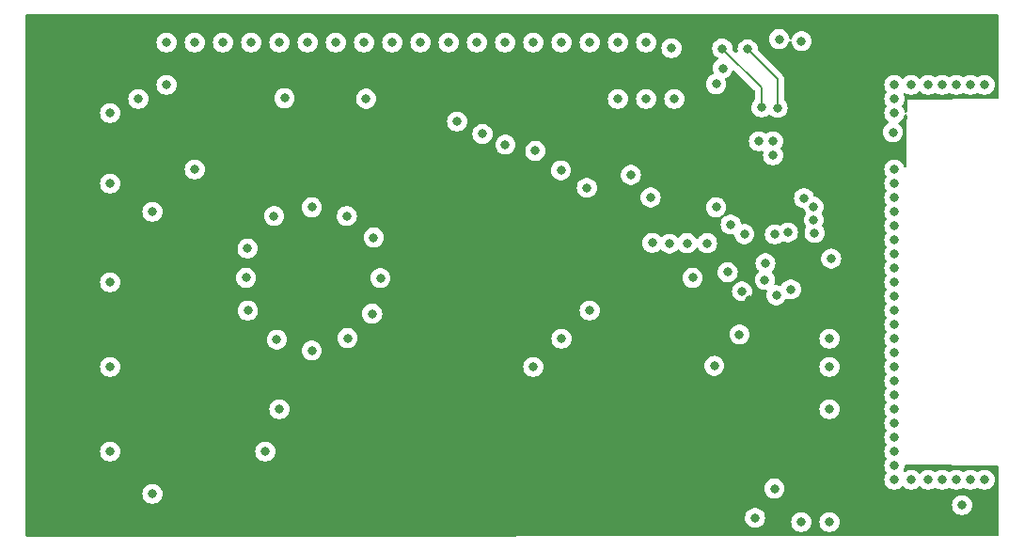
<source format=gbr>
%TF.GenerationSoftware,KiCad,Pcbnew,7.0.6*%
%TF.CreationDate,2024-06-09T16:47:23+02:00*%
%TF.ProjectId,nRF52832_visitcard,6e524635-3238-4333-925f-766973697463,v0.1*%
%TF.SameCoordinates,Original*%
%TF.FileFunction,Copper,L3,Inr*%
%TF.FilePolarity,Positive*%
%FSLAX46Y46*%
G04 Gerber Fmt 4.6, Leading zero omitted, Abs format (unit mm)*
G04 Created by KiCad (PCBNEW 7.0.6) date 2024-06-09 16:47:23*
%MOMM*%
%LPD*%
G01*
G04 APERTURE LIST*
%TA.AperFunction,ViaPad*%
%ADD10C,0.800000*%
%TD*%
%TA.AperFunction,Conductor*%
%ADD11C,0.200000*%
%TD*%
G04 APERTURE END LIST*
D10*
%TO.N,VDD*%
X165531800Y-90820800D03*
X183616600Y-125552200D03*
X165633400Y-97129600D03*
X168935400Y-112217200D03*
X162052000Y-84328000D03*
X172135800Y-119227600D03*
X166744278Y-106996194D03*
X170865800Y-89763600D03*
X138099800Y-119278400D03*
X154533600Y-96266000D03*
X142265400Y-115417600D03*
X174193200Y-107492800D03*
X168198800Y-115290600D03*
%TO.N,GND*%
X187960000Y-123190000D03*
X165887400Y-110109000D03*
X109220000Y-90170000D03*
X166116000Y-106218202D03*
X137160000Y-83820000D03*
X179832000Y-109220000D03*
X168910000Y-93980000D03*
X123190000Y-120650000D03*
X109220000Y-105410000D03*
X139700000Y-83820000D03*
X167640000Y-92710000D03*
X179832000Y-97790000D03*
X114300000Y-83820000D03*
X171450000Y-127000000D03*
X179832000Y-105410000D03*
X179832000Y-116840000D03*
X179832000Y-101600000D03*
X164820600Y-104495600D03*
X116840000Y-95250000D03*
X152400000Y-83820000D03*
X179832000Y-113030000D03*
X179832000Y-104140000D03*
X179832000Y-95250000D03*
X179832000Y-87630000D03*
X179832000Y-114300000D03*
X152400000Y-107950000D03*
X185420000Y-123190000D03*
X179832000Y-115570000D03*
X179832000Y-90170000D03*
X171475400Y-83693000D03*
X179832000Y-119380000D03*
X184150000Y-87630000D03*
X114300000Y-87630000D03*
X179832000Y-99060000D03*
X173990000Y-127000000D03*
X147320000Y-113030000D03*
X109220000Y-120650000D03*
X185928000Y-125476000D03*
X185420000Y-87630000D03*
X160020000Y-88900000D03*
X119380000Y-83820000D03*
X181356000Y-87630000D03*
X149860000Y-83820000D03*
X179832000Y-102870000D03*
X182880000Y-123190000D03*
X124460000Y-83820000D03*
X121920000Y-83820000D03*
X111760000Y-88900000D03*
X154940000Y-83820000D03*
X179832000Y-111760000D03*
X124460000Y-116840000D03*
X127000000Y-83820000D03*
X186690000Y-87630000D03*
X159766000Y-84328000D03*
X179832000Y-106680000D03*
X179832000Y-123190000D03*
X179832000Y-107950000D03*
X173990000Y-110490000D03*
X179832000Y-120650000D03*
X173990000Y-116840000D03*
X179705000Y-91897200D03*
X157480000Y-83820000D03*
X182880000Y-87630000D03*
X149860000Y-110490000D03*
X157480000Y-88900000D03*
X109220000Y-96520000D03*
X179832000Y-100330000D03*
X184150000Y-123190000D03*
X113030000Y-99060000D03*
X173990000Y-113030000D03*
X179832000Y-96520000D03*
X142240000Y-83820000D03*
X169468800Y-83515200D03*
X179832000Y-118110000D03*
X179832000Y-110490000D03*
X179832000Y-88900000D03*
X144780000Y-83820000D03*
X116840000Y-83820000D03*
X179832000Y-121920000D03*
X109220000Y-113030000D03*
X186690000Y-123190000D03*
X129540000Y-83820000D03*
X154940000Y-88900000D03*
X181356000Y-123190000D03*
X168910000Y-92710000D03*
X187960000Y-87630000D03*
X163779200Y-98653600D03*
X113030000Y-124460000D03*
X132080000Y-83820000D03*
X134620000Y-83820000D03*
X147320000Y-83820000D03*
%TO.N,/SETC*%
X168173400Y-105181400D03*
X161671000Y-105003600D03*
%TO.N,/PB*%
X168224200Y-103682800D03*
X157886400Y-97764600D03*
%TO.N,/SDA*%
X170512100Y-106045000D03*
X165100002Y-100203000D03*
%TO.N,/DRSSI1*%
X169066824Y-101097073D03*
X167284400Y-126619000D03*
%TO.N,/DRSSI2*%
X174142400Y-103276400D03*
X170256200Y-100914200D03*
%TO.N,/DRSSI3*%
X172643800Y-100965000D03*
X169037000Y-123977400D03*
%TO.N,/DRSSI4*%
X172567598Y-99796600D03*
X124917200Y-88823800D03*
%TO.N,/DRSSI5*%
X172564037Y-98608693D03*
X163779200Y-87553800D03*
%TO.N,/DRSSI6*%
X171699381Y-97830054D03*
X164388800Y-86131400D03*
%TO.N,/D10*%
X121462800Y-105003600D03*
X159588200Y-101930200D03*
%TO.N,/D11*%
X121589800Y-102362000D03*
X161163000Y-101879400D03*
%TO.N,/D9*%
X121615200Y-107950000D03*
X158038800Y-101854000D03*
%TO.N,/D12*%
X123977400Y-99441000D03*
X163626800Y-112928400D03*
X162966413Y-101879387D03*
%TO.N,/D8*%
X156108400Y-95732600D03*
X124231400Y-110566200D03*
%TO.N,/D1*%
X132257800Y-88874600D03*
X127381000Y-98653600D03*
%TO.N,/D7*%
X127381000Y-111556800D03*
X152146000Y-96901000D03*
%TO.N,/D2*%
X130529650Y-99438152D03*
X140462000Y-90932000D03*
%TO.N,/D6*%
X130606800Y-110439200D03*
X149809200Y-95326200D03*
%TO.N,/D3*%
X132943600Y-101371400D03*
X142748000Y-92049600D03*
%TO.N,/D5*%
X147497800Y-93573600D03*
X132816600Y-108229400D03*
%TO.N,/D4*%
X144805400Y-93014800D03*
X133553200Y-105029000D03*
%TO.N,/DRDY*%
X169214800Y-106578400D03*
X166319200Y-101066600D03*
%TO.N,/RX*%
X167868600Y-89662000D03*
X164338000Y-84353400D03*
%TO.N,/TX*%
X169316400Y-89712800D03*
X166624000Y-84429600D03*
%TD*%
D11*
%TO.N,/RX*%
X167868600Y-87884000D02*
X167868600Y-89662000D01*
X164338000Y-84353400D02*
X167868600Y-87884000D01*
%TO.N,/TX*%
X169316400Y-87122000D02*
X169316400Y-89712800D01*
X166624000Y-84429600D02*
X169316400Y-87122000D01*
%TD*%
%TA.AperFunction,Conductor*%
%TO.N,VDD*%
G36*
X189173039Y-81299685D02*
G01*
X189218794Y-81352489D01*
X189230000Y-81404000D01*
X189230000Y-88776760D01*
X189210315Y-88843799D01*
X189157511Y-88889554D01*
X189106763Y-88900758D01*
X180974998Y-88950800D01*
X180961226Y-88964571D01*
X180972612Y-88987182D01*
X180974632Y-89010251D01*
X180973196Y-89242877D01*
X180968500Y-90002930D01*
X180948401Y-90069847D01*
X180895316Y-90115274D01*
X180826097Y-90124790D01*
X180762722Y-90095373D01*
X180725311Y-90036363D01*
X180721183Y-90015136D01*
X180717674Y-89981744D01*
X180659179Y-89801716D01*
X180564533Y-89637784D01*
X180546693Y-89617971D01*
X180516464Y-89554981D01*
X180525089Y-89485646D01*
X180546694Y-89452028D01*
X180564533Y-89432216D01*
X180659179Y-89268284D01*
X180717674Y-89088256D01*
X180727315Y-88996525D01*
X180751539Y-88937646D01*
X180737708Y-88902368D01*
X180737459Y-88900004D01*
X180737460Y-88900000D01*
X180717674Y-88711744D01*
X180659179Y-88531716D01*
X180657574Y-88528937D01*
X180657136Y-88527129D01*
X180656538Y-88525786D01*
X180656783Y-88525676D01*
X180641100Y-88461043D01*
X180663948Y-88395015D01*
X180718867Y-88351821D01*
X180788420Y-88345176D01*
X180837845Y-88366618D01*
X180903265Y-88414148D01*
X180903270Y-88414151D01*
X181076192Y-88491142D01*
X181076197Y-88491144D01*
X181261354Y-88530500D01*
X181261355Y-88530500D01*
X181450644Y-88530500D01*
X181450646Y-88530500D01*
X181635803Y-88491144D01*
X181808730Y-88414151D01*
X181961871Y-88302888D01*
X182025850Y-88231831D01*
X182085337Y-88195183D01*
X182155194Y-88196514D01*
X182210149Y-88231831D01*
X182245000Y-88270537D01*
X182274129Y-88302888D01*
X182427265Y-88414148D01*
X182427270Y-88414151D01*
X182600192Y-88491142D01*
X182600197Y-88491144D01*
X182785354Y-88530500D01*
X182785355Y-88530500D01*
X182974644Y-88530500D01*
X182974646Y-88530500D01*
X183159803Y-88491144D01*
X183332730Y-88414151D01*
X183442117Y-88334676D01*
X183507920Y-88311198D01*
X183575974Y-88327023D01*
X183587871Y-88334668D01*
X183697266Y-88414148D01*
X183697270Y-88414151D01*
X183870192Y-88491142D01*
X183870197Y-88491144D01*
X184055354Y-88530500D01*
X184055355Y-88530500D01*
X184244644Y-88530500D01*
X184244646Y-88530500D01*
X184429803Y-88491144D01*
X184602730Y-88414151D01*
X184712117Y-88334676D01*
X184777920Y-88311198D01*
X184845974Y-88327023D01*
X184857871Y-88334668D01*
X184967266Y-88414148D01*
X184967270Y-88414151D01*
X185140192Y-88491142D01*
X185140197Y-88491144D01*
X185325354Y-88530500D01*
X185325355Y-88530500D01*
X185514644Y-88530500D01*
X185514646Y-88530500D01*
X185699803Y-88491144D01*
X185872730Y-88414151D01*
X185982117Y-88334676D01*
X186047920Y-88311198D01*
X186115974Y-88327023D01*
X186127871Y-88334668D01*
X186237266Y-88414148D01*
X186237270Y-88414151D01*
X186410192Y-88491142D01*
X186410197Y-88491144D01*
X186595354Y-88530500D01*
X186595355Y-88530500D01*
X186784644Y-88530500D01*
X186784646Y-88530500D01*
X186969803Y-88491144D01*
X187142730Y-88414151D01*
X187252117Y-88334676D01*
X187317920Y-88311198D01*
X187385974Y-88327023D01*
X187397871Y-88334668D01*
X187507266Y-88414148D01*
X187507270Y-88414151D01*
X187680192Y-88491142D01*
X187680197Y-88491144D01*
X187865354Y-88530500D01*
X187865355Y-88530500D01*
X188054644Y-88530500D01*
X188054646Y-88530500D01*
X188239803Y-88491144D01*
X188412730Y-88414151D01*
X188565871Y-88302888D01*
X188692533Y-88162216D01*
X188787179Y-87998284D01*
X188845674Y-87818256D01*
X188865460Y-87630000D01*
X188845674Y-87441744D01*
X188787179Y-87261716D01*
X188692533Y-87097784D01*
X188565871Y-86957112D01*
X188554432Y-86948801D01*
X188412734Y-86845851D01*
X188412729Y-86845848D01*
X188239807Y-86768857D01*
X188239802Y-86768855D01*
X188094001Y-86737865D01*
X188054646Y-86729500D01*
X187865354Y-86729500D01*
X187832897Y-86736398D01*
X187680197Y-86768855D01*
X187680192Y-86768857D01*
X187507270Y-86845848D01*
X187507265Y-86845851D01*
X187397885Y-86925321D01*
X187332079Y-86948801D01*
X187264025Y-86932975D01*
X187252115Y-86925321D01*
X187142734Y-86845851D01*
X187142729Y-86845848D01*
X186969807Y-86768857D01*
X186969802Y-86768855D01*
X186824000Y-86737865D01*
X186784646Y-86729500D01*
X186595354Y-86729500D01*
X186562897Y-86736398D01*
X186410197Y-86768855D01*
X186410192Y-86768857D01*
X186237270Y-86845848D01*
X186237265Y-86845851D01*
X186127885Y-86925321D01*
X186062079Y-86948801D01*
X185994025Y-86932975D01*
X185982115Y-86925321D01*
X185872734Y-86845851D01*
X185872729Y-86845848D01*
X185699807Y-86768857D01*
X185699802Y-86768855D01*
X185554001Y-86737865D01*
X185514646Y-86729500D01*
X185325354Y-86729500D01*
X185292897Y-86736398D01*
X185140197Y-86768855D01*
X185140192Y-86768857D01*
X184967270Y-86845848D01*
X184967265Y-86845851D01*
X184857885Y-86925321D01*
X184792079Y-86948801D01*
X184724025Y-86932975D01*
X184712115Y-86925321D01*
X184602734Y-86845851D01*
X184602729Y-86845848D01*
X184429807Y-86768857D01*
X184429802Y-86768855D01*
X184284000Y-86737865D01*
X184244646Y-86729500D01*
X184055354Y-86729500D01*
X184022897Y-86736398D01*
X183870197Y-86768855D01*
X183870192Y-86768857D01*
X183697271Y-86845848D01*
X183587884Y-86925322D01*
X183522077Y-86948801D01*
X183454023Y-86932975D01*
X183442123Y-86925328D01*
X183332730Y-86845849D01*
X183332729Y-86845848D01*
X183159807Y-86768857D01*
X183159802Y-86768855D01*
X183014001Y-86737865D01*
X182974646Y-86729500D01*
X182785354Y-86729500D01*
X182752897Y-86736398D01*
X182600197Y-86768855D01*
X182600192Y-86768857D01*
X182427270Y-86845848D01*
X182427265Y-86845851D01*
X182274129Y-86957111D01*
X182274128Y-86957112D01*
X182210149Y-87028168D01*
X182150663Y-87064816D01*
X182080806Y-87063485D01*
X182025851Y-87028168D01*
X181961871Y-86957112D01*
X181961870Y-86957111D01*
X181808734Y-86845851D01*
X181808729Y-86845848D01*
X181635807Y-86768857D01*
X181635802Y-86768855D01*
X181490001Y-86737865D01*
X181450646Y-86729500D01*
X181261354Y-86729500D01*
X181228897Y-86736398D01*
X181076197Y-86768855D01*
X181076192Y-86768857D01*
X180903270Y-86845848D01*
X180903265Y-86845851D01*
X180750129Y-86957111D01*
X180750128Y-86957112D01*
X180686149Y-87028168D01*
X180626663Y-87064816D01*
X180556806Y-87063485D01*
X180501851Y-87028168D01*
X180437871Y-86957112D01*
X180437870Y-86957111D01*
X180284734Y-86845851D01*
X180284729Y-86845848D01*
X180111807Y-86768857D01*
X180111802Y-86768855D01*
X179966001Y-86737865D01*
X179926646Y-86729500D01*
X179737354Y-86729500D01*
X179704897Y-86736398D01*
X179552197Y-86768855D01*
X179552192Y-86768857D01*
X179379270Y-86845848D01*
X179379265Y-86845851D01*
X179226129Y-86957111D01*
X179099466Y-87097785D01*
X179004821Y-87261715D01*
X179004818Y-87261722D01*
X178946327Y-87441740D01*
X178946326Y-87441744D01*
X178926540Y-87630000D01*
X178946326Y-87818256D01*
X178946327Y-87818259D01*
X179004818Y-87998277D01*
X179004821Y-87998284D01*
X179099467Y-88162216D01*
X179117305Y-88182027D01*
X179147535Y-88245018D01*
X179138910Y-88314354D01*
X179117308Y-88347968D01*
X179099466Y-88367784D01*
X179004821Y-88531715D01*
X179004818Y-88531722D01*
X178954580Y-88686340D01*
X178946326Y-88711744D01*
X178926540Y-88900000D01*
X178946326Y-89088256D01*
X178946327Y-89088259D01*
X179004818Y-89268277D01*
X179004821Y-89268284D01*
X179099467Y-89432216D01*
X179109806Y-89443699D01*
X179117307Y-89452030D01*
X179147535Y-89515022D01*
X179138909Y-89584357D01*
X179117307Y-89617970D01*
X179099466Y-89637785D01*
X179004821Y-89801715D01*
X179004818Y-89801722D01*
X178972543Y-89901056D01*
X178946326Y-89981744D01*
X178926540Y-90170000D01*
X178946326Y-90358256D01*
X178946327Y-90358258D01*
X178946327Y-90358259D01*
X179004818Y-90538277D01*
X179004821Y-90538284D01*
X179099467Y-90702216D01*
X179226129Y-90842887D01*
X179226129Y-90842888D01*
X179292863Y-90891373D01*
X179335529Y-90946703D01*
X179341508Y-91016316D01*
X179308903Y-91078111D01*
X179270417Y-91104969D01*
X179252269Y-91113049D01*
X179252265Y-91113051D01*
X179099129Y-91224311D01*
X178972466Y-91364985D01*
X178877821Y-91528915D01*
X178877818Y-91528922D01*
X178828303Y-91681315D01*
X178819326Y-91708944D01*
X178799540Y-91897200D01*
X178819326Y-92085456D01*
X178819327Y-92085459D01*
X178877818Y-92265477D01*
X178877821Y-92265484D01*
X178972467Y-92429416D01*
X179020340Y-92482584D01*
X179099129Y-92570088D01*
X179252265Y-92681348D01*
X179252270Y-92681351D01*
X179425192Y-92758342D01*
X179425197Y-92758344D01*
X179610354Y-92797700D01*
X179610355Y-92797700D01*
X179799644Y-92797700D01*
X179799646Y-92797700D01*
X179984803Y-92758344D01*
X180157730Y-92681351D01*
X180310871Y-92570088D01*
X180437533Y-92429416D01*
X180532179Y-92265484D01*
X180590674Y-92085456D01*
X180610460Y-91897200D01*
X180590674Y-91708944D01*
X180532179Y-91528916D01*
X180437533Y-91364984D01*
X180310871Y-91224312D01*
X180261521Y-91188457D01*
X180244136Y-91175826D01*
X180201470Y-91120496D01*
X180195491Y-91050883D01*
X180228097Y-90989088D01*
X180266582Y-90962230D01*
X180284730Y-90954151D01*
X180437871Y-90842888D01*
X180564533Y-90702216D01*
X180659179Y-90538284D01*
X180717674Y-90358256D01*
X180718979Y-90345836D01*
X180745559Y-90281224D01*
X180802855Y-90241237D01*
X180872674Y-90238574D01*
X180932849Y-90274081D01*
X180964275Y-90336484D01*
X180966297Y-90359562D01*
X180961905Y-91070500D01*
X180939088Y-94764151D01*
X180937894Y-94957379D01*
X180917795Y-95024296D01*
X180864710Y-95069723D01*
X180795491Y-95079240D01*
X180732116Y-95049823D01*
X180695965Y-94994931D01*
X180659181Y-94881721D01*
X180659178Y-94881715D01*
X180653255Y-94871456D01*
X180564533Y-94717784D01*
X180437871Y-94577112D01*
X180437870Y-94577111D01*
X180284734Y-94465851D01*
X180284729Y-94465848D01*
X180111807Y-94388857D01*
X180111802Y-94388855D01*
X179965450Y-94357748D01*
X179926646Y-94349500D01*
X179737354Y-94349500D01*
X179704897Y-94356398D01*
X179552197Y-94388855D01*
X179552192Y-94388857D01*
X179379270Y-94465848D01*
X179379265Y-94465851D01*
X179226129Y-94577111D01*
X179099466Y-94717785D01*
X179004821Y-94881715D01*
X179004818Y-94881722D01*
X178946986Y-95059712D01*
X178946326Y-95061744D01*
X178926540Y-95250000D01*
X178946326Y-95438256D01*
X178946327Y-95438259D01*
X179004818Y-95618277D01*
X179004821Y-95618284D01*
X179099467Y-95782216D01*
X179109806Y-95793699D01*
X179117307Y-95802030D01*
X179147535Y-95865022D01*
X179138909Y-95934357D01*
X179117307Y-95967970D01*
X179099466Y-95987785D01*
X179004821Y-96151715D01*
X179004818Y-96151722D01*
X178946327Y-96331740D01*
X178946326Y-96331744D01*
X178926540Y-96520000D01*
X178946326Y-96708256D01*
X178946327Y-96708259D01*
X179004818Y-96888277D01*
X179004821Y-96888284D01*
X179099467Y-97052216D01*
X179109806Y-97063699D01*
X179117307Y-97072030D01*
X179147535Y-97135022D01*
X179138909Y-97204357D01*
X179117307Y-97237970D01*
X179099466Y-97257785D01*
X179004821Y-97421715D01*
X179004818Y-97421722D01*
X178955377Y-97573888D01*
X178946326Y-97601744D01*
X178926540Y-97790000D01*
X178946326Y-97978256D01*
X178946327Y-97978259D01*
X179004818Y-98158277D01*
X179004820Y-98158281D01*
X179004821Y-98158284D01*
X179099467Y-98322216D01*
X179117305Y-98342027D01*
X179147535Y-98405018D01*
X179138910Y-98474354D01*
X179117308Y-98507968D01*
X179099466Y-98527784D01*
X179004821Y-98691715D01*
X179004818Y-98691722D01*
X178956037Y-98841856D01*
X178946326Y-98871744D01*
X178926540Y-99060000D01*
X178946326Y-99248256D01*
X178946327Y-99248259D01*
X179004818Y-99428277D01*
X179004821Y-99428284D01*
X179099467Y-99592216D01*
X179109806Y-99603699D01*
X179117307Y-99612030D01*
X179147535Y-99675022D01*
X179138909Y-99744357D01*
X179117307Y-99777970D01*
X179099466Y-99797785D01*
X179004821Y-99961715D01*
X179004818Y-99961722D01*
X178946327Y-100141740D01*
X178946326Y-100141744D01*
X178926540Y-100330000D01*
X178946326Y-100518256D01*
X178946327Y-100518259D01*
X179004818Y-100698277D01*
X179004821Y-100698283D01*
X179004821Y-100698284D01*
X179099467Y-100862216D01*
X179109806Y-100873699D01*
X179117307Y-100882030D01*
X179147535Y-100945022D01*
X179138909Y-101014357D01*
X179117307Y-101047970D01*
X179099466Y-101067785D01*
X179004821Y-101231715D01*
X179004818Y-101231722D01*
X178950797Y-101397984D01*
X178946326Y-101411744D01*
X178926540Y-101600000D01*
X178946326Y-101788256D01*
X178946327Y-101788259D01*
X179004818Y-101968277D01*
X179004821Y-101968284D01*
X179099467Y-102132216D01*
X179109806Y-102143699D01*
X179117307Y-102152030D01*
X179147535Y-102215022D01*
X179138909Y-102284357D01*
X179117307Y-102317970D01*
X179099466Y-102337785D01*
X179004821Y-102501715D01*
X179004818Y-102501722D01*
X178952238Y-102663548D01*
X178946326Y-102681744D01*
X178926540Y-102870000D01*
X178946326Y-103058256D01*
X178946327Y-103058259D01*
X179004818Y-103238277D01*
X179004821Y-103238284D01*
X179099467Y-103402216D01*
X179109806Y-103413699D01*
X179117307Y-103422030D01*
X179147535Y-103485022D01*
X179138909Y-103554357D01*
X179117307Y-103587970D01*
X179099466Y-103607785D01*
X179004821Y-103771715D01*
X179004818Y-103771722D01*
X178972543Y-103871056D01*
X178946326Y-103951744D01*
X178926540Y-104140000D01*
X178946326Y-104328256D01*
X178946327Y-104328259D01*
X179004818Y-104508277D01*
X179004821Y-104508284D01*
X179099467Y-104672216D01*
X179109806Y-104683699D01*
X179117307Y-104692030D01*
X179147535Y-104755022D01*
X179138909Y-104824357D01*
X179117307Y-104857970D01*
X179099466Y-104877785D01*
X179004821Y-105041715D01*
X179004818Y-105041722D01*
X178958636Y-105183857D01*
X178946326Y-105221744D01*
X178926540Y-105410000D01*
X178946326Y-105598256D01*
X178946327Y-105598259D01*
X179004818Y-105778277D01*
X179004821Y-105778284D01*
X179099467Y-105942216D01*
X179109806Y-105953699D01*
X179117307Y-105962030D01*
X179147535Y-106025022D01*
X179138909Y-106094357D01*
X179117307Y-106127970D01*
X179099466Y-106147785D01*
X179004821Y-106311715D01*
X179004818Y-106311722D01*
X178971819Y-106413284D01*
X178946326Y-106491744D01*
X178926540Y-106680000D01*
X178946326Y-106868256D01*
X178946327Y-106868259D01*
X179004818Y-107048277D01*
X179004821Y-107048284D01*
X179099467Y-107212216D01*
X179109806Y-107223699D01*
X179117307Y-107232030D01*
X179147535Y-107295022D01*
X179138909Y-107364357D01*
X179117307Y-107397970D01*
X179099466Y-107417785D01*
X179004821Y-107581715D01*
X179004818Y-107581722D01*
X178946327Y-107761740D01*
X178946326Y-107761744D01*
X178926540Y-107950000D01*
X178946326Y-108138256D01*
X178946327Y-108138259D01*
X179004818Y-108318277D01*
X179004821Y-108318284D01*
X179099467Y-108482216D01*
X179109806Y-108493699D01*
X179117307Y-108502030D01*
X179147535Y-108565022D01*
X179138909Y-108634357D01*
X179117307Y-108667970D01*
X179099466Y-108687785D01*
X179004821Y-108851715D01*
X179004818Y-108851722D01*
X178952238Y-109013548D01*
X178946326Y-109031744D01*
X178926540Y-109220000D01*
X178946326Y-109408256D01*
X178946327Y-109408259D01*
X179004818Y-109588277D01*
X179004821Y-109588284D01*
X179099467Y-109752216D01*
X179109806Y-109763699D01*
X179117307Y-109772030D01*
X179147535Y-109835022D01*
X179138909Y-109904357D01*
X179117307Y-109937970D01*
X179099466Y-109957785D01*
X179004821Y-110121715D01*
X179004818Y-110121722D01*
X178962833Y-110250940D01*
X178946326Y-110301744D01*
X178926540Y-110490000D01*
X178946326Y-110678256D01*
X178946327Y-110678259D01*
X179004818Y-110858277D01*
X179004821Y-110858284D01*
X179099467Y-111022216D01*
X179109806Y-111033699D01*
X179117307Y-111042030D01*
X179147535Y-111105022D01*
X179138909Y-111174357D01*
X179117307Y-111207970D01*
X179099466Y-111227785D01*
X179004821Y-111391715D01*
X179004818Y-111391722D01*
X178946327Y-111571740D01*
X178946326Y-111571744D01*
X178926540Y-111760000D01*
X178946326Y-111948256D01*
X178946327Y-111948259D01*
X179004818Y-112128277D01*
X179004821Y-112128284D01*
X179099467Y-112292216D01*
X179101594Y-112294578D01*
X179117307Y-112312030D01*
X179147535Y-112375022D01*
X179138909Y-112444357D01*
X179117307Y-112477970D01*
X179099466Y-112497785D01*
X179004821Y-112661715D01*
X179004818Y-112661722D01*
X178946327Y-112841740D01*
X178946326Y-112841744D01*
X178926540Y-113030000D01*
X178946326Y-113218256D01*
X178946327Y-113218259D01*
X179004818Y-113398277D01*
X179004821Y-113398284D01*
X179099467Y-113562216D01*
X179113962Y-113578314D01*
X179117305Y-113582027D01*
X179147535Y-113645018D01*
X179138910Y-113714354D01*
X179117308Y-113747968D01*
X179099466Y-113767784D01*
X179004821Y-113931715D01*
X179004818Y-113931722D01*
X178946327Y-114111740D01*
X178946326Y-114111744D01*
X178926540Y-114300000D01*
X178946326Y-114488256D01*
X178946327Y-114488259D01*
X179004818Y-114668277D01*
X179004821Y-114668284D01*
X179099467Y-114832216D01*
X179109806Y-114843699D01*
X179117307Y-114852030D01*
X179147535Y-114915022D01*
X179138909Y-114984357D01*
X179117307Y-115017970D01*
X179099466Y-115037785D01*
X179004821Y-115201715D01*
X179004818Y-115201722D01*
X178946327Y-115381740D01*
X178946326Y-115381744D01*
X178926540Y-115570000D01*
X178946326Y-115758256D01*
X178946327Y-115758259D01*
X179004818Y-115938277D01*
X179004821Y-115938284D01*
X179099467Y-116102216D01*
X179117305Y-116122027D01*
X179147535Y-116185018D01*
X179138910Y-116254354D01*
X179117308Y-116287968D01*
X179099466Y-116307784D01*
X179004821Y-116471715D01*
X179004818Y-116471722D01*
X178946327Y-116651740D01*
X178946326Y-116651744D01*
X178926540Y-116840000D01*
X178946326Y-117028256D01*
X178946327Y-117028259D01*
X179004818Y-117208277D01*
X179004821Y-117208284D01*
X179099467Y-117372216D01*
X179109806Y-117383699D01*
X179117307Y-117392030D01*
X179147535Y-117455022D01*
X179138909Y-117524357D01*
X179117307Y-117557970D01*
X179099466Y-117577785D01*
X179004821Y-117741715D01*
X179004818Y-117741722D01*
X178946327Y-117921740D01*
X178946326Y-117921744D01*
X178926540Y-118110000D01*
X178946326Y-118298256D01*
X178946327Y-118298259D01*
X179004818Y-118478277D01*
X179004821Y-118478284D01*
X179099467Y-118642216D01*
X179109806Y-118653699D01*
X179117307Y-118662030D01*
X179147535Y-118725022D01*
X179138909Y-118794357D01*
X179117307Y-118827970D01*
X179099466Y-118847785D01*
X179004821Y-119011715D01*
X179004818Y-119011722D01*
X178946327Y-119191740D01*
X178946326Y-119191744D01*
X178926540Y-119380000D01*
X178946326Y-119568256D01*
X178946327Y-119568259D01*
X179004818Y-119748277D01*
X179004821Y-119748284D01*
X179099467Y-119912216D01*
X179117305Y-119932027D01*
X179147535Y-119995018D01*
X179138910Y-120064354D01*
X179117308Y-120097968D01*
X179099466Y-120117784D01*
X179004821Y-120281715D01*
X179004818Y-120281722D01*
X178946327Y-120461740D01*
X178946326Y-120461744D01*
X178926540Y-120650000D01*
X178946326Y-120838256D01*
X178946327Y-120838259D01*
X179004818Y-121018277D01*
X179004821Y-121018284D01*
X179099467Y-121182216D01*
X179109806Y-121193699D01*
X179117307Y-121202030D01*
X179147535Y-121265022D01*
X179138909Y-121334357D01*
X179117307Y-121367970D01*
X179099466Y-121387785D01*
X179004821Y-121551715D01*
X179004818Y-121551722D01*
X178946327Y-121731740D01*
X178946326Y-121731744D01*
X178926540Y-121920000D01*
X178946326Y-122108256D01*
X178946327Y-122108259D01*
X179004818Y-122288277D01*
X179004821Y-122288284D01*
X179099467Y-122452216D01*
X179107408Y-122461035D01*
X179117305Y-122472027D01*
X179147535Y-122535018D01*
X179138910Y-122604354D01*
X179117308Y-122637968D01*
X179099466Y-122657784D01*
X179004821Y-122821715D01*
X179004818Y-122821722D01*
X178946327Y-123001740D01*
X178946326Y-123001744D01*
X178926540Y-123190000D01*
X178946326Y-123378256D01*
X178946327Y-123378259D01*
X179004818Y-123558277D01*
X179004821Y-123558284D01*
X179099467Y-123722216D01*
X179162150Y-123791832D01*
X179226129Y-123862888D01*
X179379265Y-123974148D01*
X179379270Y-123974151D01*
X179552192Y-124051142D01*
X179552197Y-124051144D01*
X179737354Y-124090500D01*
X179737355Y-124090500D01*
X179926644Y-124090500D01*
X179926646Y-124090500D01*
X180111803Y-124051144D01*
X180284730Y-123974151D01*
X180437871Y-123862888D01*
X180501850Y-123791831D01*
X180561337Y-123755183D01*
X180631194Y-123756514D01*
X180686150Y-123791832D01*
X180750129Y-123862888D01*
X180903265Y-123974148D01*
X180903270Y-123974151D01*
X181076192Y-124051142D01*
X181076197Y-124051144D01*
X181261354Y-124090500D01*
X181261355Y-124090500D01*
X181450644Y-124090500D01*
X181450646Y-124090500D01*
X181635803Y-124051144D01*
X181808730Y-123974151D01*
X181961871Y-123862888D01*
X182025850Y-123791831D01*
X182085337Y-123755183D01*
X182155194Y-123756514D01*
X182210150Y-123791832D01*
X182274129Y-123862888D01*
X182427265Y-123974148D01*
X182427270Y-123974151D01*
X182600192Y-124051142D01*
X182600197Y-124051144D01*
X182785354Y-124090500D01*
X182785355Y-124090500D01*
X182974644Y-124090500D01*
X182974646Y-124090500D01*
X183159803Y-124051144D01*
X183332730Y-123974151D01*
X183442117Y-123894676D01*
X183507920Y-123871198D01*
X183575974Y-123887023D01*
X183587871Y-123894668D01*
X183697266Y-123974148D01*
X183697270Y-123974151D01*
X183870192Y-124051142D01*
X183870197Y-124051144D01*
X184055354Y-124090500D01*
X184055355Y-124090500D01*
X184244644Y-124090500D01*
X184244646Y-124090500D01*
X184429803Y-124051144D01*
X184602730Y-123974151D01*
X184712117Y-123894676D01*
X184777920Y-123871198D01*
X184845974Y-123887023D01*
X184857871Y-123894668D01*
X184967266Y-123974148D01*
X184967270Y-123974151D01*
X185140192Y-124051142D01*
X185140197Y-124051144D01*
X185325354Y-124090500D01*
X185325355Y-124090500D01*
X185514644Y-124090500D01*
X185514646Y-124090500D01*
X185699803Y-124051144D01*
X185872730Y-123974151D01*
X185982117Y-123894676D01*
X186047920Y-123871198D01*
X186115974Y-123887023D01*
X186127871Y-123894668D01*
X186237266Y-123974148D01*
X186237270Y-123974151D01*
X186410192Y-124051142D01*
X186410197Y-124051144D01*
X186595354Y-124090500D01*
X186595355Y-124090500D01*
X186784644Y-124090500D01*
X186784646Y-124090500D01*
X186969803Y-124051144D01*
X187142730Y-123974151D01*
X187252117Y-123894676D01*
X187317920Y-123871198D01*
X187385974Y-123887023D01*
X187397871Y-123894668D01*
X187507266Y-123974148D01*
X187507270Y-123974151D01*
X187680192Y-124051142D01*
X187680197Y-124051144D01*
X187865354Y-124090500D01*
X187865355Y-124090500D01*
X188054644Y-124090500D01*
X188054646Y-124090500D01*
X188239803Y-124051144D01*
X188412730Y-123974151D01*
X188565871Y-123862888D01*
X188692533Y-123722216D01*
X188787179Y-123558284D01*
X188845674Y-123378256D01*
X188865460Y-123190000D01*
X188845674Y-123001744D01*
X188787179Y-122821716D01*
X188692533Y-122657784D01*
X188565871Y-122517112D01*
X188554432Y-122508801D01*
X188412734Y-122405851D01*
X188412729Y-122405848D01*
X188239807Y-122328857D01*
X188239802Y-122328855D01*
X188076908Y-122294232D01*
X188054646Y-122289500D01*
X187865354Y-122289500D01*
X187843092Y-122294232D01*
X187680197Y-122328855D01*
X187680192Y-122328857D01*
X187507270Y-122405848D01*
X187507265Y-122405851D01*
X187397885Y-122485321D01*
X187332079Y-122508801D01*
X187264025Y-122492975D01*
X187252115Y-122485321D01*
X187142734Y-122405851D01*
X187142729Y-122405848D01*
X186969807Y-122328857D01*
X186969802Y-122328855D01*
X186806908Y-122294232D01*
X186784646Y-122289500D01*
X186595354Y-122289500D01*
X186573092Y-122294232D01*
X186410197Y-122328855D01*
X186410192Y-122328857D01*
X186237270Y-122405848D01*
X186237265Y-122405851D01*
X186127885Y-122485321D01*
X186062079Y-122508801D01*
X185994025Y-122492975D01*
X185982115Y-122485321D01*
X185872734Y-122405851D01*
X185872729Y-122405848D01*
X185699807Y-122328857D01*
X185699802Y-122328855D01*
X185536908Y-122294232D01*
X185514646Y-122289500D01*
X185325354Y-122289500D01*
X185303092Y-122294232D01*
X185140197Y-122328855D01*
X185140192Y-122328857D01*
X184967270Y-122405848D01*
X184967265Y-122405851D01*
X184857885Y-122485321D01*
X184792079Y-122508801D01*
X184724025Y-122492975D01*
X184712115Y-122485321D01*
X184602734Y-122405851D01*
X184602729Y-122405848D01*
X184429807Y-122328857D01*
X184429802Y-122328855D01*
X184266908Y-122294232D01*
X184244646Y-122289500D01*
X184055354Y-122289500D01*
X184033092Y-122294232D01*
X183870197Y-122328855D01*
X183870192Y-122328857D01*
X183697270Y-122405848D01*
X183697265Y-122405851D01*
X183587885Y-122485321D01*
X183522079Y-122508801D01*
X183454025Y-122492975D01*
X183442115Y-122485321D01*
X183332734Y-122405851D01*
X183332729Y-122405848D01*
X183159807Y-122328857D01*
X183159802Y-122328855D01*
X182996908Y-122294232D01*
X182974646Y-122289500D01*
X182785354Y-122289500D01*
X182763092Y-122294232D01*
X182600197Y-122328855D01*
X182600192Y-122328857D01*
X182427270Y-122405848D01*
X182427265Y-122405851D01*
X182274129Y-122517111D01*
X182274128Y-122517112D01*
X182210149Y-122588168D01*
X182150663Y-122624816D01*
X182080806Y-122623485D01*
X182025851Y-122588168D01*
X181961871Y-122517112D01*
X181961870Y-122517111D01*
X181808734Y-122405851D01*
X181808729Y-122405848D01*
X181635807Y-122328857D01*
X181635802Y-122328855D01*
X181472908Y-122294232D01*
X181450646Y-122289500D01*
X181261354Y-122289500D01*
X181239092Y-122294232D01*
X181076197Y-122328855D01*
X181076192Y-122328857D01*
X180903270Y-122405848D01*
X180903266Y-122405851D01*
X180837844Y-122453382D01*
X180772037Y-122476861D01*
X180703984Y-122461035D01*
X180655290Y-122410928D01*
X180641415Y-122342450D01*
X180656579Y-122294232D01*
X180656538Y-122294214D01*
X180656698Y-122293852D01*
X180657578Y-122291056D01*
X180659179Y-122288284D01*
X180717674Y-122108256D01*
X180733717Y-121955606D01*
X180760300Y-121890996D01*
X180817597Y-121851011D01*
X180858148Y-121844577D01*
X189106623Y-121918888D01*
X189173481Y-121939176D01*
X189218759Y-121992390D01*
X189229504Y-122043381D01*
X189205095Y-128121205D01*
X189185141Y-128188165D01*
X189132154Y-128233707D01*
X189081204Y-128244707D01*
X101749441Y-128320692D01*
X101682384Y-128301066D01*
X101636583Y-128248302D01*
X101625333Y-128196759D01*
X101624904Y-127403151D01*
X101624481Y-126619000D01*
X166378940Y-126619000D01*
X166398726Y-126807256D01*
X166398727Y-126807259D01*
X166457218Y-126987277D01*
X166457221Y-126987284D01*
X166551867Y-127151216D01*
X166585221Y-127188259D01*
X166678529Y-127291888D01*
X166831665Y-127403148D01*
X166831670Y-127403151D01*
X167004592Y-127480142D01*
X167004597Y-127480144D01*
X167189754Y-127519500D01*
X167189755Y-127519500D01*
X167379044Y-127519500D01*
X167379046Y-127519500D01*
X167564203Y-127480144D01*
X167737130Y-127403151D01*
X167890271Y-127291888D01*
X168016933Y-127151216D01*
X168104237Y-127000000D01*
X170544540Y-127000000D01*
X170564326Y-127188256D01*
X170564327Y-127188259D01*
X170622818Y-127368277D01*
X170622821Y-127368284D01*
X170717467Y-127532216D01*
X170844128Y-127672887D01*
X170844129Y-127672888D01*
X170997265Y-127784148D01*
X170997270Y-127784151D01*
X171170192Y-127861142D01*
X171170197Y-127861144D01*
X171355354Y-127900500D01*
X171355355Y-127900500D01*
X171544644Y-127900500D01*
X171544646Y-127900500D01*
X171729803Y-127861144D01*
X171902730Y-127784151D01*
X172055871Y-127672888D01*
X172182533Y-127532216D01*
X172277179Y-127368284D01*
X172335674Y-127188256D01*
X172355460Y-127000000D01*
X173084540Y-127000000D01*
X173104326Y-127188256D01*
X173104327Y-127188259D01*
X173162818Y-127368277D01*
X173162821Y-127368284D01*
X173257467Y-127532216D01*
X173384128Y-127672888D01*
X173384129Y-127672888D01*
X173537265Y-127784148D01*
X173537270Y-127784151D01*
X173710192Y-127861142D01*
X173710197Y-127861144D01*
X173895354Y-127900500D01*
X173895355Y-127900500D01*
X174084644Y-127900500D01*
X174084646Y-127900500D01*
X174269803Y-127861144D01*
X174442730Y-127784151D01*
X174595871Y-127672888D01*
X174722533Y-127532216D01*
X174817179Y-127368284D01*
X174875674Y-127188256D01*
X174895460Y-127000000D01*
X174875674Y-126811744D01*
X174817179Y-126631716D01*
X174722533Y-126467784D01*
X174595871Y-126327112D01*
X174595870Y-126327111D01*
X174442734Y-126215851D01*
X174442729Y-126215848D01*
X174269807Y-126138857D01*
X174269802Y-126138855D01*
X174124001Y-126107865D01*
X174084646Y-126099500D01*
X173895354Y-126099500D01*
X173862897Y-126106398D01*
X173710197Y-126138855D01*
X173710192Y-126138857D01*
X173537270Y-126215848D01*
X173537265Y-126215851D01*
X173384129Y-126327111D01*
X173257466Y-126467785D01*
X173162821Y-126631715D01*
X173162818Y-126631722D01*
X173105784Y-126807256D01*
X173104326Y-126811744D01*
X173084540Y-127000000D01*
X172355460Y-127000000D01*
X172335674Y-126811744D01*
X172277179Y-126631716D01*
X172182533Y-126467784D01*
X172055871Y-126327112D01*
X172055870Y-126327111D01*
X171902734Y-126215851D01*
X171902729Y-126215848D01*
X171729807Y-126138857D01*
X171729802Y-126138855D01*
X171584000Y-126107865D01*
X171544646Y-126099500D01*
X171355354Y-126099500D01*
X171322897Y-126106398D01*
X171170197Y-126138855D01*
X171170192Y-126138857D01*
X170997270Y-126215848D01*
X170997265Y-126215851D01*
X170844129Y-126327111D01*
X170717466Y-126467785D01*
X170622821Y-126631715D01*
X170622818Y-126631722D01*
X170565784Y-126807256D01*
X170564326Y-126811744D01*
X170544540Y-127000000D01*
X168104237Y-127000000D01*
X168111579Y-126987284D01*
X168170074Y-126807256D01*
X168189860Y-126619000D01*
X168170074Y-126430744D01*
X168111579Y-126250716D01*
X168016933Y-126086784D01*
X167890271Y-125946112D01*
X167890270Y-125946111D01*
X167737134Y-125834851D01*
X167737129Y-125834848D01*
X167564207Y-125757857D01*
X167564202Y-125757855D01*
X167418401Y-125726865D01*
X167379046Y-125718500D01*
X167189754Y-125718500D01*
X167157297Y-125725398D01*
X167004597Y-125757855D01*
X167004592Y-125757857D01*
X166831670Y-125834848D01*
X166831665Y-125834851D01*
X166678529Y-125946111D01*
X166551866Y-126086785D01*
X166457221Y-126250715D01*
X166457218Y-126250722D01*
X166416351Y-126376500D01*
X166398726Y-126430744D01*
X166378940Y-126619000D01*
X101624481Y-126619000D01*
X101623864Y-125476000D01*
X185022540Y-125476000D01*
X185042326Y-125664256D01*
X185042327Y-125664259D01*
X185100818Y-125844277D01*
X185100821Y-125844284D01*
X185195467Y-126008216D01*
X185266211Y-126086785D01*
X185322129Y-126148888D01*
X185475265Y-126260148D01*
X185475270Y-126260151D01*
X185648192Y-126337142D01*
X185648197Y-126337144D01*
X185833354Y-126376500D01*
X185833355Y-126376500D01*
X186022644Y-126376500D01*
X186022646Y-126376500D01*
X186207803Y-126337144D01*
X186380730Y-126260151D01*
X186533871Y-126148888D01*
X186660533Y-126008216D01*
X186755179Y-125844284D01*
X186813674Y-125664256D01*
X186833460Y-125476000D01*
X186813674Y-125287744D01*
X186755179Y-125107716D01*
X186660533Y-124943784D01*
X186533871Y-124803112D01*
X186533870Y-124803111D01*
X186380734Y-124691851D01*
X186380729Y-124691848D01*
X186207807Y-124614857D01*
X186207802Y-124614855D01*
X186062001Y-124583865D01*
X186022646Y-124575500D01*
X185833354Y-124575500D01*
X185800897Y-124582398D01*
X185648197Y-124614855D01*
X185648192Y-124614857D01*
X185475270Y-124691848D01*
X185475265Y-124691851D01*
X185322129Y-124803111D01*
X185195466Y-124943785D01*
X185100821Y-125107715D01*
X185100818Y-125107722D01*
X185056491Y-125244148D01*
X185042326Y-125287744D01*
X185022540Y-125476000D01*
X101623864Y-125476000D01*
X101623315Y-124460000D01*
X112124540Y-124460000D01*
X112144326Y-124648256D01*
X112144327Y-124648259D01*
X112202818Y-124828277D01*
X112202821Y-124828284D01*
X112297467Y-124992216D01*
X112424129Y-125132888D01*
X112577265Y-125244148D01*
X112577270Y-125244151D01*
X112750192Y-125321142D01*
X112750197Y-125321144D01*
X112935354Y-125360500D01*
X112935355Y-125360500D01*
X113124644Y-125360500D01*
X113124646Y-125360500D01*
X113309803Y-125321144D01*
X113482730Y-125244151D01*
X113635871Y-125132888D01*
X113762533Y-124992216D01*
X113857179Y-124828284D01*
X113915674Y-124648256D01*
X113935460Y-124460000D01*
X113915674Y-124271744D01*
X113857179Y-124091716D01*
X113791179Y-123977400D01*
X168131540Y-123977400D01*
X168151326Y-124165656D01*
X168151327Y-124165659D01*
X168209818Y-124345677D01*
X168209821Y-124345684D01*
X168304467Y-124509616D01*
X168399225Y-124614855D01*
X168431129Y-124650288D01*
X168584265Y-124761548D01*
X168584270Y-124761551D01*
X168757192Y-124838542D01*
X168757197Y-124838544D01*
X168942354Y-124877900D01*
X168942355Y-124877900D01*
X169131644Y-124877900D01*
X169131646Y-124877900D01*
X169316803Y-124838544D01*
X169489730Y-124761551D01*
X169642871Y-124650288D01*
X169769533Y-124509616D01*
X169864179Y-124345684D01*
X169922674Y-124165656D01*
X169942460Y-123977400D01*
X169922674Y-123789144D01*
X169864179Y-123609116D01*
X169769533Y-123445184D01*
X169642871Y-123304512D01*
X169642870Y-123304511D01*
X169489734Y-123193251D01*
X169489729Y-123193248D01*
X169316807Y-123116257D01*
X169316802Y-123116255D01*
X169171000Y-123085265D01*
X169131646Y-123076900D01*
X168942354Y-123076900D01*
X168909897Y-123083798D01*
X168757197Y-123116255D01*
X168757192Y-123116257D01*
X168584270Y-123193248D01*
X168584265Y-123193251D01*
X168431129Y-123304511D01*
X168304466Y-123445185D01*
X168209821Y-123609115D01*
X168209818Y-123609122D01*
X168151986Y-123787112D01*
X168151326Y-123789144D01*
X168131540Y-123977400D01*
X113791179Y-123977400D01*
X113762533Y-123927784D01*
X113635871Y-123787112D01*
X113635870Y-123787111D01*
X113482734Y-123675851D01*
X113482729Y-123675848D01*
X113309807Y-123598857D01*
X113309802Y-123598855D01*
X113164001Y-123567865D01*
X113124646Y-123559500D01*
X112935354Y-123559500D01*
X112902897Y-123566398D01*
X112750197Y-123598855D01*
X112750192Y-123598857D01*
X112577270Y-123675848D01*
X112577265Y-123675851D01*
X112424129Y-123787111D01*
X112297466Y-123927785D01*
X112202821Y-124091715D01*
X112202818Y-124091722D01*
X112178796Y-124165656D01*
X112144326Y-124271744D01*
X112124540Y-124460000D01*
X101623315Y-124460000D01*
X101621258Y-120650000D01*
X108314540Y-120650000D01*
X108334326Y-120838256D01*
X108334327Y-120838259D01*
X108392818Y-121018277D01*
X108392821Y-121018284D01*
X108487467Y-121182216D01*
X108614129Y-121322888D01*
X108767265Y-121434148D01*
X108767270Y-121434151D01*
X108940192Y-121511142D01*
X108940197Y-121511144D01*
X109125354Y-121550500D01*
X109125355Y-121550500D01*
X109314644Y-121550500D01*
X109314646Y-121550500D01*
X109499803Y-121511144D01*
X109672730Y-121434151D01*
X109825871Y-121322888D01*
X109952533Y-121182216D01*
X110047179Y-121018284D01*
X110105674Y-120838256D01*
X110125460Y-120650000D01*
X122284540Y-120650000D01*
X122304326Y-120838256D01*
X122304327Y-120838259D01*
X122362818Y-121018277D01*
X122362821Y-121018284D01*
X122457467Y-121182216D01*
X122584128Y-121322888D01*
X122584129Y-121322888D01*
X122737265Y-121434148D01*
X122737270Y-121434151D01*
X122910192Y-121511142D01*
X122910197Y-121511144D01*
X123095354Y-121550500D01*
X123095355Y-121550500D01*
X123284644Y-121550500D01*
X123284646Y-121550500D01*
X123469803Y-121511144D01*
X123642730Y-121434151D01*
X123795871Y-121322888D01*
X123922533Y-121182216D01*
X124017179Y-121018284D01*
X124075674Y-120838256D01*
X124095460Y-120650000D01*
X124075674Y-120461744D01*
X124017179Y-120281716D01*
X123922533Y-120117784D01*
X123795871Y-119977112D01*
X123733817Y-119932027D01*
X123642734Y-119865851D01*
X123642729Y-119865848D01*
X123469807Y-119788857D01*
X123469802Y-119788855D01*
X123324000Y-119757865D01*
X123284646Y-119749500D01*
X123095354Y-119749500D01*
X123062897Y-119756398D01*
X122910197Y-119788855D01*
X122910192Y-119788857D01*
X122737270Y-119865848D01*
X122737265Y-119865851D01*
X122584129Y-119977111D01*
X122457466Y-120117785D01*
X122362821Y-120281715D01*
X122362818Y-120281722D01*
X122304327Y-120461740D01*
X122304326Y-120461744D01*
X122284540Y-120650000D01*
X110125460Y-120650000D01*
X110105674Y-120461744D01*
X110047179Y-120281716D01*
X109952533Y-120117784D01*
X109825871Y-119977112D01*
X109763817Y-119932027D01*
X109672734Y-119865851D01*
X109672729Y-119865848D01*
X109499807Y-119788857D01*
X109499802Y-119788855D01*
X109354000Y-119757865D01*
X109314646Y-119749500D01*
X109125354Y-119749500D01*
X109092897Y-119756398D01*
X108940197Y-119788855D01*
X108940192Y-119788857D01*
X108767270Y-119865848D01*
X108767265Y-119865851D01*
X108614129Y-119977111D01*
X108487466Y-120117785D01*
X108392821Y-120281715D01*
X108392818Y-120281722D01*
X108334327Y-120461740D01*
X108334326Y-120461744D01*
X108314540Y-120650000D01*
X101621258Y-120650000D01*
X101619200Y-116840000D01*
X123554540Y-116840000D01*
X123574326Y-117028256D01*
X123574327Y-117028259D01*
X123632818Y-117208277D01*
X123632821Y-117208284D01*
X123727467Y-117372216D01*
X123854128Y-117512887D01*
X123854129Y-117512888D01*
X124007265Y-117624148D01*
X124007270Y-117624151D01*
X124180192Y-117701142D01*
X124180197Y-117701144D01*
X124365354Y-117740500D01*
X124365355Y-117740500D01*
X124554644Y-117740500D01*
X124554646Y-117740500D01*
X124739803Y-117701144D01*
X124912730Y-117624151D01*
X125065871Y-117512888D01*
X125192533Y-117372216D01*
X125287179Y-117208284D01*
X125345674Y-117028256D01*
X125365460Y-116840000D01*
X173084540Y-116840000D01*
X173104326Y-117028256D01*
X173104327Y-117028259D01*
X173162818Y-117208277D01*
X173162821Y-117208284D01*
X173257467Y-117372216D01*
X173384128Y-117512888D01*
X173384129Y-117512888D01*
X173537265Y-117624148D01*
X173537270Y-117624151D01*
X173710192Y-117701142D01*
X173710197Y-117701144D01*
X173895354Y-117740500D01*
X173895355Y-117740500D01*
X174084644Y-117740500D01*
X174084646Y-117740500D01*
X174269803Y-117701144D01*
X174442730Y-117624151D01*
X174595871Y-117512888D01*
X174722533Y-117372216D01*
X174817179Y-117208284D01*
X174875674Y-117028256D01*
X174895460Y-116840000D01*
X174875674Y-116651744D01*
X174817179Y-116471716D01*
X174722533Y-116307784D01*
X174595871Y-116167112D01*
X174533817Y-116122027D01*
X174442734Y-116055851D01*
X174442729Y-116055848D01*
X174269807Y-115978857D01*
X174269802Y-115978855D01*
X174124000Y-115947865D01*
X174084646Y-115939500D01*
X173895354Y-115939500D01*
X173862897Y-115946398D01*
X173710197Y-115978855D01*
X173710192Y-115978857D01*
X173537270Y-116055848D01*
X173537265Y-116055851D01*
X173384129Y-116167111D01*
X173257466Y-116307785D01*
X173162821Y-116471715D01*
X173162818Y-116471722D01*
X173104327Y-116651740D01*
X173104326Y-116651744D01*
X173084540Y-116840000D01*
X125365460Y-116840000D01*
X125345674Y-116651744D01*
X125287179Y-116471716D01*
X125192533Y-116307784D01*
X125065871Y-116167112D01*
X125003817Y-116122027D01*
X124912734Y-116055851D01*
X124912729Y-116055848D01*
X124739807Y-115978857D01*
X124739802Y-115978855D01*
X124594001Y-115947865D01*
X124554646Y-115939500D01*
X124365354Y-115939500D01*
X124332897Y-115946398D01*
X124180197Y-115978855D01*
X124180192Y-115978857D01*
X124007270Y-116055848D01*
X124007265Y-116055851D01*
X123854129Y-116167111D01*
X123727466Y-116307785D01*
X123632821Y-116471715D01*
X123632818Y-116471722D01*
X123574327Y-116651740D01*
X123574326Y-116651744D01*
X123554540Y-116840000D01*
X101619200Y-116840000D01*
X101617143Y-113030000D01*
X108314540Y-113030000D01*
X108334326Y-113218256D01*
X108334327Y-113218259D01*
X108392818Y-113398277D01*
X108392821Y-113398284D01*
X108487467Y-113562216D01*
X108614129Y-113702888D01*
X108767265Y-113814148D01*
X108767270Y-113814151D01*
X108940192Y-113891142D01*
X108940197Y-113891144D01*
X109125354Y-113930500D01*
X109125355Y-113930500D01*
X109314644Y-113930500D01*
X109314646Y-113930500D01*
X109499803Y-113891144D01*
X109672730Y-113814151D01*
X109825871Y-113702888D01*
X109952533Y-113562216D01*
X110047179Y-113398284D01*
X110105674Y-113218256D01*
X110125460Y-113030000D01*
X146414540Y-113030000D01*
X146434326Y-113218256D01*
X146434327Y-113218259D01*
X146492818Y-113398277D01*
X146492821Y-113398284D01*
X146587467Y-113562216D01*
X146714128Y-113702888D01*
X146714129Y-113702888D01*
X146867265Y-113814148D01*
X146867270Y-113814151D01*
X147040192Y-113891142D01*
X147040197Y-113891144D01*
X147225354Y-113930500D01*
X147225355Y-113930500D01*
X147414644Y-113930500D01*
X147414646Y-113930500D01*
X147599803Y-113891144D01*
X147772730Y-113814151D01*
X147925871Y-113702888D01*
X148052533Y-113562216D01*
X148147179Y-113398284D01*
X148205674Y-113218256D01*
X148225460Y-113030000D01*
X148214782Y-112928400D01*
X162721340Y-112928400D01*
X162741126Y-113116656D01*
X162741127Y-113116659D01*
X162799618Y-113296677D01*
X162799621Y-113296684D01*
X162894267Y-113460616D01*
X163000243Y-113578314D01*
X163020929Y-113601288D01*
X163174065Y-113712548D01*
X163174070Y-113712551D01*
X163346992Y-113789542D01*
X163346997Y-113789544D01*
X163532154Y-113828900D01*
X163532155Y-113828900D01*
X163721444Y-113828900D01*
X163721446Y-113828900D01*
X163906603Y-113789544D01*
X164079530Y-113712551D01*
X164232671Y-113601288D01*
X164359333Y-113460616D01*
X164453979Y-113296684D01*
X164512474Y-113116656D01*
X164521582Y-113030000D01*
X173084540Y-113030000D01*
X173104326Y-113218256D01*
X173104327Y-113218259D01*
X173162818Y-113398277D01*
X173162821Y-113398284D01*
X173257467Y-113562216D01*
X173384128Y-113702888D01*
X173384129Y-113702888D01*
X173537265Y-113814148D01*
X173537270Y-113814151D01*
X173710192Y-113891142D01*
X173710197Y-113891144D01*
X173895354Y-113930500D01*
X173895355Y-113930500D01*
X174084644Y-113930500D01*
X174084646Y-113930500D01*
X174269803Y-113891144D01*
X174442730Y-113814151D01*
X174595871Y-113702888D01*
X174722533Y-113562216D01*
X174817179Y-113398284D01*
X174875674Y-113218256D01*
X174895460Y-113030000D01*
X174875674Y-112841744D01*
X174817179Y-112661716D01*
X174722533Y-112497784D01*
X174595871Y-112357112D01*
X174595870Y-112357111D01*
X174442734Y-112245851D01*
X174442729Y-112245848D01*
X174269807Y-112168857D01*
X174269802Y-112168855D01*
X174124001Y-112137865D01*
X174084646Y-112129500D01*
X173895354Y-112129500D01*
X173862897Y-112136398D01*
X173710197Y-112168855D01*
X173710192Y-112168857D01*
X173537270Y-112245848D01*
X173537265Y-112245851D01*
X173384129Y-112357111D01*
X173257466Y-112497785D01*
X173162821Y-112661715D01*
X173162818Y-112661722D01*
X173104327Y-112841740D01*
X173104326Y-112841744D01*
X173084540Y-113030000D01*
X164521582Y-113030000D01*
X164532260Y-112928400D01*
X164512474Y-112740144D01*
X164453979Y-112560116D01*
X164359333Y-112396184D01*
X164232671Y-112255512D01*
X164219370Y-112245848D01*
X164079534Y-112144251D01*
X164079529Y-112144248D01*
X163906607Y-112067257D01*
X163906602Y-112067255D01*
X163760800Y-112036265D01*
X163721446Y-112027900D01*
X163532154Y-112027900D01*
X163499697Y-112034798D01*
X163346997Y-112067255D01*
X163346992Y-112067257D01*
X163174070Y-112144248D01*
X163174065Y-112144251D01*
X163020929Y-112255511D01*
X162894266Y-112396185D01*
X162799621Y-112560115D01*
X162799618Y-112560122D01*
X162741127Y-112740140D01*
X162741126Y-112740144D01*
X162721340Y-112928400D01*
X148214782Y-112928400D01*
X148205674Y-112841744D01*
X148147179Y-112661716D01*
X148052533Y-112497784D01*
X147925871Y-112357112D01*
X147925870Y-112357111D01*
X147772734Y-112245851D01*
X147772729Y-112245848D01*
X147599807Y-112168857D01*
X147599802Y-112168855D01*
X147454000Y-112137865D01*
X147414646Y-112129500D01*
X147225354Y-112129500D01*
X147192897Y-112136398D01*
X147040197Y-112168855D01*
X147040192Y-112168857D01*
X146867270Y-112245848D01*
X146867265Y-112245851D01*
X146714129Y-112357111D01*
X146587466Y-112497785D01*
X146492821Y-112661715D01*
X146492818Y-112661722D01*
X146434327Y-112841740D01*
X146434326Y-112841744D01*
X146414540Y-113030000D01*
X110125460Y-113030000D01*
X110105674Y-112841744D01*
X110047179Y-112661716D01*
X109952533Y-112497784D01*
X109825871Y-112357112D01*
X109825870Y-112357111D01*
X109672734Y-112245851D01*
X109672729Y-112245848D01*
X109499807Y-112168857D01*
X109499802Y-112168855D01*
X109354001Y-112137865D01*
X109314646Y-112129500D01*
X109125354Y-112129500D01*
X109092897Y-112136398D01*
X108940197Y-112168855D01*
X108940192Y-112168857D01*
X108767270Y-112245848D01*
X108767265Y-112245851D01*
X108614129Y-112357111D01*
X108487466Y-112497785D01*
X108392821Y-112661715D01*
X108392818Y-112661722D01*
X108334327Y-112841740D01*
X108334326Y-112841744D01*
X108314540Y-113030000D01*
X101617143Y-113030000D01*
X101616348Y-111556800D01*
X126475540Y-111556800D01*
X126495326Y-111745056D01*
X126495327Y-111745059D01*
X126553818Y-111925077D01*
X126553821Y-111925084D01*
X126648467Y-112089016D01*
X126745102Y-112196340D01*
X126775129Y-112229688D01*
X126928265Y-112340948D01*
X126928270Y-112340951D01*
X127101192Y-112417942D01*
X127101197Y-112417944D01*
X127286354Y-112457300D01*
X127286355Y-112457300D01*
X127475644Y-112457300D01*
X127475646Y-112457300D01*
X127660803Y-112417944D01*
X127833730Y-112340951D01*
X127986871Y-112229688D01*
X128113533Y-112089016D01*
X128208179Y-111925084D01*
X128266674Y-111745056D01*
X128286460Y-111556800D01*
X128266674Y-111368544D01*
X128208179Y-111188516D01*
X128113533Y-111024584D01*
X127986871Y-110883912D01*
X127986870Y-110883911D01*
X127833734Y-110772651D01*
X127833729Y-110772648D01*
X127660807Y-110695657D01*
X127660802Y-110695655D01*
X127515000Y-110664665D01*
X127475646Y-110656300D01*
X127286354Y-110656300D01*
X127253897Y-110663198D01*
X127101197Y-110695655D01*
X127101192Y-110695657D01*
X126928270Y-110772648D01*
X126928265Y-110772651D01*
X126775129Y-110883911D01*
X126648466Y-111024585D01*
X126553821Y-111188515D01*
X126553818Y-111188522D01*
X126498064Y-111360116D01*
X126495326Y-111368544D01*
X126475540Y-111556800D01*
X101616348Y-111556800D01*
X101615813Y-110566200D01*
X123325940Y-110566200D01*
X123345726Y-110754456D01*
X123345727Y-110754459D01*
X123404218Y-110934477D01*
X123404221Y-110934484D01*
X123498867Y-111098416D01*
X123556918Y-111162888D01*
X123625529Y-111239088D01*
X123778665Y-111350348D01*
X123778670Y-111350351D01*
X123951592Y-111427342D01*
X123951597Y-111427344D01*
X124136754Y-111466700D01*
X124136755Y-111466700D01*
X124326044Y-111466700D01*
X124326046Y-111466700D01*
X124511203Y-111427344D01*
X124684130Y-111350351D01*
X124837271Y-111239088D01*
X124963933Y-111098416D01*
X125058579Y-110934484D01*
X125117074Y-110754456D01*
X125136860Y-110566200D01*
X125123512Y-110439200D01*
X129701340Y-110439200D01*
X129721126Y-110627456D01*
X129721127Y-110627459D01*
X129779618Y-110807477D01*
X129779621Y-110807484D01*
X129874267Y-110971416D01*
X129988617Y-111098414D01*
X130000929Y-111112088D01*
X130154065Y-111223348D01*
X130154070Y-111223351D01*
X130326992Y-111300342D01*
X130326997Y-111300344D01*
X130512154Y-111339700D01*
X130512155Y-111339700D01*
X130701444Y-111339700D01*
X130701446Y-111339700D01*
X130886603Y-111300344D01*
X131059530Y-111223351D01*
X131212671Y-111112088D01*
X131339333Y-110971416D01*
X131433979Y-110807484D01*
X131492474Y-110627456D01*
X131506921Y-110490000D01*
X148954540Y-110490000D01*
X148974326Y-110678256D01*
X148974327Y-110678259D01*
X149032818Y-110858277D01*
X149032821Y-110858284D01*
X149127467Y-111022216D01*
X149254129Y-111162888D01*
X149407265Y-111274148D01*
X149407270Y-111274151D01*
X149580192Y-111351142D01*
X149580197Y-111351144D01*
X149765354Y-111390500D01*
X149765355Y-111390500D01*
X149954644Y-111390500D01*
X149954646Y-111390500D01*
X150139803Y-111351144D01*
X150312730Y-111274151D01*
X150465871Y-111162888D01*
X150592533Y-111022216D01*
X150687179Y-110858284D01*
X150745674Y-110678256D01*
X150765460Y-110490000D01*
X150745674Y-110301744D01*
X150687179Y-110121716D01*
X150679837Y-110109000D01*
X164981940Y-110109000D01*
X165001726Y-110297256D01*
X165001727Y-110297259D01*
X165060218Y-110477277D01*
X165060221Y-110477284D01*
X165154867Y-110641216D01*
X165256829Y-110754456D01*
X165281529Y-110781888D01*
X165434665Y-110893148D01*
X165434670Y-110893151D01*
X165607592Y-110970142D01*
X165607597Y-110970144D01*
X165792754Y-111009500D01*
X165792755Y-111009500D01*
X165982044Y-111009500D01*
X165982046Y-111009500D01*
X166167203Y-110970144D01*
X166340130Y-110893151D01*
X166493271Y-110781888D01*
X166619933Y-110641216D01*
X166707237Y-110490000D01*
X173084540Y-110490000D01*
X173104326Y-110678256D01*
X173104327Y-110678259D01*
X173162818Y-110858277D01*
X173162821Y-110858284D01*
X173257467Y-111022216D01*
X173384128Y-111162887D01*
X173384129Y-111162888D01*
X173537265Y-111274148D01*
X173537270Y-111274151D01*
X173710192Y-111351142D01*
X173710197Y-111351144D01*
X173895354Y-111390500D01*
X173895355Y-111390500D01*
X174084644Y-111390500D01*
X174084646Y-111390500D01*
X174269803Y-111351144D01*
X174442730Y-111274151D01*
X174595871Y-111162888D01*
X174722533Y-111022216D01*
X174817179Y-110858284D01*
X174875674Y-110678256D01*
X174895460Y-110490000D01*
X174875674Y-110301744D01*
X174817179Y-110121716D01*
X174722533Y-109957784D01*
X174595871Y-109817112D01*
X174595870Y-109817111D01*
X174442734Y-109705851D01*
X174442729Y-109705848D01*
X174269807Y-109628857D01*
X174269802Y-109628855D01*
X174124000Y-109597865D01*
X174084646Y-109589500D01*
X173895354Y-109589500D01*
X173862897Y-109596398D01*
X173710197Y-109628855D01*
X173710192Y-109628857D01*
X173537270Y-109705848D01*
X173537265Y-109705851D01*
X173384129Y-109817111D01*
X173257466Y-109957785D01*
X173162821Y-110121715D01*
X173162818Y-110121722D01*
X173120833Y-110250940D01*
X173104326Y-110301744D01*
X173084540Y-110490000D01*
X166707237Y-110490000D01*
X166714579Y-110477284D01*
X166773074Y-110297256D01*
X166792860Y-110109000D01*
X166773074Y-109920744D01*
X166714579Y-109740716D01*
X166619933Y-109576784D01*
X166493271Y-109436112D01*
X166493270Y-109436111D01*
X166340134Y-109324851D01*
X166340129Y-109324848D01*
X166167207Y-109247857D01*
X166167202Y-109247855D01*
X166021400Y-109216865D01*
X165982046Y-109208500D01*
X165792754Y-109208500D01*
X165760297Y-109215398D01*
X165607597Y-109247855D01*
X165607592Y-109247857D01*
X165434670Y-109324848D01*
X165434665Y-109324851D01*
X165281529Y-109436111D01*
X165154866Y-109576785D01*
X165060221Y-109740715D01*
X165060218Y-109740722D01*
X165001727Y-109920740D01*
X165001726Y-109920744D01*
X164981940Y-110109000D01*
X150679837Y-110109000D01*
X150592533Y-109957784D01*
X150465871Y-109817112D01*
X150465870Y-109817111D01*
X150312734Y-109705851D01*
X150312729Y-109705848D01*
X150139807Y-109628857D01*
X150139802Y-109628855D01*
X149994001Y-109597865D01*
X149954646Y-109589500D01*
X149765354Y-109589500D01*
X149732897Y-109596398D01*
X149580197Y-109628855D01*
X149580192Y-109628857D01*
X149407270Y-109705848D01*
X149407265Y-109705851D01*
X149254129Y-109817111D01*
X149127466Y-109957785D01*
X149032821Y-110121715D01*
X149032818Y-110121722D01*
X148990833Y-110250940D01*
X148974326Y-110301744D01*
X148954540Y-110490000D01*
X131506921Y-110490000D01*
X131512260Y-110439200D01*
X131492474Y-110250944D01*
X131433979Y-110070916D01*
X131339333Y-109906984D01*
X131212671Y-109766312D01*
X131212670Y-109766311D01*
X131059534Y-109655051D01*
X131059529Y-109655048D01*
X130886607Y-109578057D01*
X130886602Y-109578055D01*
X130740801Y-109547065D01*
X130701446Y-109538700D01*
X130512154Y-109538700D01*
X130479697Y-109545598D01*
X130326997Y-109578055D01*
X130326992Y-109578057D01*
X130154070Y-109655048D01*
X130154065Y-109655051D01*
X130000929Y-109766311D01*
X129874266Y-109906985D01*
X129779621Y-110070915D01*
X129779618Y-110070922D01*
X129721127Y-110250940D01*
X129721126Y-110250944D01*
X129701340Y-110439200D01*
X125123512Y-110439200D01*
X125117074Y-110377944D01*
X125058579Y-110197916D01*
X124963933Y-110033984D01*
X124837271Y-109893312D01*
X124837270Y-109893311D01*
X124684134Y-109782051D01*
X124684129Y-109782048D01*
X124511207Y-109705057D01*
X124511202Y-109705055D01*
X124365401Y-109674065D01*
X124326046Y-109665700D01*
X124136754Y-109665700D01*
X124104297Y-109672598D01*
X123951597Y-109705055D01*
X123951592Y-109705057D01*
X123778670Y-109782048D01*
X123778665Y-109782051D01*
X123625529Y-109893311D01*
X123498866Y-110033985D01*
X123404221Y-110197915D01*
X123404218Y-110197922D01*
X123345727Y-110377940D01*
X123345726Y-110377944D01*
X123325940Y-110566200D01*
X101615813Y-110566200D01*
X101614400Y-107950000D01*
X120709740Y-107950000D01*
X120729526Y-108138256D01*
X120729527Y-108138259D01*
X120788018Y-108318277D01*
X120788021Y-108318284D01*
X120882667Y-108482216D01*
X121009328Y-108622888D01*
X121009329Y-108622888D01*
X121162465Y-108734148D01*
X121162470Y-108734151D01*
X121335392Y-108811142D01*
X121335397Y-108811144D01*
X121520554Y-108850500D01*
X121520555Y-108850500D01*
X121709844Y-108850500D01*
X121709846Y-108850500D01*
X121895003Y-108811144D01*
X122067930Y-108734151D01*
X122221071Y-108622888D01*
X122347733Y-108482216D01*
X122442379Y-108318284D01*
X122471259Y-108229400D01*
X131911140Y-108229400D01*
X131930926Y-108417656D01*
X131930927Y-108417659D01*
X131989418Y-108597677D01*
X131989421Y-108597684D01*
X132084067Y-108761616D01*
X132160953Y-108847006D01*
X132210729Y-108902288D01*
X132363865Y-109013548D01*
X132363870Y-109013551D01*
X132536792Y-109090542D01*
X132536797Y-109090544D01*
X132721954Y-109129900D01*
X132721955Y-109129900D01*
X132911244Y-109129900D01*
X132911246Y-109129900D01*
X133096403Y-109090544D01*
X133269330Y-109013551D01*
X133422471Y-108902288D01*
X133549133Y-108761616D01*
X133643779Y-108597684D01*
X133702274Y-108417656D01*
X133722060Y-108229400D01*
X133702274Y-108041144D01*
X133672659Y-107950000D01*
X151494540Y-107950000D01*
X151514326Y-108138256D01*
X151514327Y-108138259D01*
X151572818Y-108318277D01*
X151572821Y-108318284D01*
X151667467Y-108482216D01*
X151794128Y-108622888D01*
X151794129Y-108622888D01*
X151947265Y-108734148D01*
X151947270Y-108734151D01*
X152120192Y-108811142D01*
X152120197Y-108811144D01*
X152305354Y-108850500D01*
X152305355Y-108850500D01*
X152494644Y-108850500D01*
X152494646Y-108850500D01*
X152679803Y-108811144D01*
X152852730Y-108734151D01*
X153005871Y-108622888D01*
X153132533Y-108482216D01*
X153227179Y-108318284D01*
X153285674Y-108138256D01*
X153305460Y-107950000D01*
X153285674Y-107761744D01*
X153227179Y-107581716D01*
X153132533Y-107417784D01*
X153005871Y-107277112D01*
X153005870Y-107277111D01*
X152852734Y-107165851D01*
X152852729Y-107165848D01*
X152679807Y-107088857D01*
X152679802Y-107088855D01*
X152534001Y-107057865D01*
X152494646Y-107049500D01*
X152305354Y-107049500D01*
X152272897Y-107056398D01*
X152120197Y-107088855D01*
X152120192Y-107088857D01*
X151947270Y-107165848D01*
X151947265Y-107165851D01*
X151794129Y-107277111D01*
X151667466Y-107417785D01*
X151572821Y-107581715D01*
X151572818Y-107581722D01*
X151514327Y-107761740D01*
X151514326Y-107761744D01*
X151494540Y-107950000D01*
X133672659Y-107950000D01*
X133643779Y-107861116D01*
X133549133Y-107697184D01*
X133422471Y-107556512D01*
X133422470Y-107556511D01*
X133269334Y-107445251D01*
X133269329Y-107445248D01*
X133096407Y-107368257D01*
X133096402Y-107368255D01*
X132939855Y-107334981D01*
X132911246Y-107328900D01*
X132721954Y-107328900D01*
X132693345Y-107334981D01*
X132536797Y-107368255D01*
X132536792Y-107368257D01*
X132363870Y-107445248D01*
X132363865Y-107445251D01*
X132210729Y-107556511D01*
X132084066Y-107697185D01*
X131989421Y-107861115D01*
X131989418Y-107861122D01*
X131930927Y-108041140D01*
X131930926Y-108041144D01*
X131911140Y-108229400D01*
X122471259Y-108229400D01*
X122500874Y-108138256D01*
X122520660Y-107950000D01*
X122500874Y-107761744D01*
X122442379Y-107581716D01*
X122347733Y-107417784D01*
X122221071Y-107277112D01*
X122221070Y-107277111D01*
X122067934Y-107165851D01*
X122067929Y-107165848D01*
X121895007Y-107088857D01*
X121895002Y-107088855D01*
X121749201Y-107057865D01*
X121709846Y-107049500D01*
X121520554Y-107049500D01*
X121488097Y-107056398D01*
X121335397Y-107088855D01*
X121335392Y-107088857D01*
X121162470Y-107165848D01*
X121162465Y-107165851D01*
X121009329Y-107277111D01*
X120882666Y-107417785D01*
X120788021Y-107581715D01*
X120788018Y-107581722D01*
X120729527Y-107761740D01*
X120729526Y-107761744D01*
X120709740Y-107950000D01*
X101614400Y-107950000D01*
X101613029Y-105410000D01*
X108314540Y-105410000D01*
X108334326Y-105598256D01*
X108334327Y-105598259D01*
X108392818Y-105778277D01*
X108392821Y-105778284D01*
X108487467Y-105942216D01*
X108613239Y-106081900D01*
X108614129Y-106082888D01*
X108767265Y-106194148D01*
X108767270Y-106194151D01*
X108940192Y-106271142D01*
X108940197Y-106271144D01*
X109125354Y-106310500D01*
X109125355Y-106310500D01*
X109314644Y-106310500D01*
X109314646Y-106310500D01*
X109499803Y-106271144D01*
X109618711Y-106218202D01*
X165210540Y-106218202D01*
X165230326Y-106406458D01*
X165230327Y-106406461D01*
X165288818Y-106586479D01*
X165288821Y-106586486D01*
X165383467Y-106750418D01*
X165398091Y-106766659D01*
X165510129Y-106891090D01*
X165663265Y-107002350D01*
X165663270Y-107002353D01*
X165836192Y-107079344D01*
X165836197Y-107079346D01*
X166021354Y-107118702D01*
X166021355Y-107118702D01*
X166210644Y-107118702D01*
X166210646Y-107118702D01*
X166395803Y-107079346D01*
X166568730Y-107002353D01*
X166721871Y-106891090D01*
X166848533Y-106750418D01*
X166943179Y-106586486D01*
X167001674Y-106406458D01*
X167021460Y-106218202D01*
X167001674Y-106029946D01*
X166943179Y-105849918D01*
X166848533Y-105685986D01*
X166721871Y-105545314D01*
X166709400Y-105536253D01*
X166568734Y-105434053D01*
X166568729Y-105434050D01*
X166395807Y-105357059D01*
X166395802Y-105357057D01*
X166250000Y-105326067D01*
X166210646Y-105317702D01*
X166021354Y-105317702D01*
X165988897Y-105324600D01*
X165836197Y-105357057D01*
X165836192Y-105357059D01*
X165663270Y-105434050D01*
X165663265Y-105434053D01*
X165510129Y-105545313D01*
X165383466Y-105685987D01*
X165288821Y-105849917D01*
X165288818Y-105849924D01*
X165234042Y-106018509D01*
X165230326Y-106029946D01*
X165210540Y-106218202D01*
X109618711Y-106218202D01*
X109672730Y-106194151D01*
X109825871Y-106082888D01*
X109952533Y-105942216D01*
X110047179Y-105778284D01*
X110105674Y-105598256D01*
X110125460Y-105410000D01*
X110105674Y-105221744D01*
X110047179Y-105041716D01*
X110025173Y-105003600D01*
X120557340Y-105003600D01*
X120577126Y-105191856D01*
X120577127Y-105191859D01*
X120635618Y-105371877D01*
X120635621Y-105371884D01*
X120730267Y-105535816D01*
X120792931Y-105605411D01*
X120856929Y-105676488D01*
X121010065Y-105787748D01*
X121010070Y-105787751D01*
X121182992Y-105864742D01*
X121182997Y-105864744D01*
X121368154Y-105904100D01*
X121368155Y-105904100D01*
X121557444Y-105904100D01*
X121557446Y-105904100D01*
X121742603Y-105864744D01*
X121915530Y-105787751D01*
X122068671Y-105676488D01*
X122195333Y-105535816D01*
X122289979Y-105371884D01*
X122348474Y-105191856D01*
X122365590Y-105029000D01*
X132647740Y-105029000D01*
X132667526Y-105217256D01*
X132667527Y-105217259D01*
X132726018Y-105397277D01*
X132726021Y-105397284D01*
X132820667Y-105561216D01*
X132925730Y-105677900D01*
X132947329Y-105701888D01*
X133100465Y-105813148D01*
X133100470Y-105813151D01*
X133273392Y-105890142D01*
X133273397Y-105890144D01*
X133458554Y-105929500D01*
X133458555Y-105929500D01*
X133647844Y-105929500D01*
X133647846Y-105929500D01*
X133833003Y-105890144D01*
X134005930Y-105813151D01*
X134159071Y-105701888D01*
X134285733Y-105561216D01*
X134380379Y-105397284D01*
X134438874Y-105217256D01*
X134458660Y-105029000D01*
X134455990Y-105003600D01*
X160765540Y-105003600D01*
X160785326Y-105191856D01*
X160785327Y-105191859D01*
X160843818Y-105371877D01*
X160843821Y-105371884D01*
X160938467Y-105535816D01*
X161001131Y-105605411D01*
X161065129Y-105676488D01*
X161218265Y-105787748D01*
X161218270Y-105787751D01*
X161391192Y-105864742D01*
X161391197Y-105864744D01*
X161576354Y-105904100D01*
X161576355Y-105904100D01*
X161765644Y-105904100D01*
X161765646Y-105904100D01*
X161950803Y-105864744D01*
X162123730Y-105787751D01*
X162276871Y-105676488D01*
X162403533Y-105535816D01*
X162498179Y-105371884D01*
X162556674Y-105191856D01*
X162576460Y-105003600D01*
X162556674Y-104815344D01*
X162498179Y-104635316D01*
X162417514Y-104495600D01*
X163915140Y-104495600D01*
X163934926Y-104683856D01*
X163934927Y-104683859D01*
X163993418Y-104863877D01*
X163993421Y-104863884D01*
X164088067Y-105027816D01*
X164132660Y-105077341D01*
X164214729Y-105168488D01*
X164367865Y-105279748D01*
X164367870Y-105279751D01*
X164540792Y-105356742D01*
X164540797Y-105356744D01*
X164725954Y-105396100D01*
X164725955Y-105396100D01*
X164915244Y-105396100D01*
X164915246Y-105396100D01*
X165100403Y-105356744D01*
X165273330Y-105279751D01*
X165408699Y-105181400D01*
X167267940Y-105181400D01*
X167287726Y-105369656D01*
X167287727Y-105369659D01*
X167346218Y-105549677D01*
X167346221Y-105549684D01*
X167440867Y-105713616D01*
X167530489Y-105813151D01*
X167567529Y-105854288D01*
X167720665Y-105965548D01*
X167720670Y-105965551D01*
X167893592Y-106042542D01*
X167893597Y-106042544D01*
X168078754Y-106081900D01*
X168078755Y-106081900D01*
X168258609Y-106081900D01*
X168325648Y-106101585D01*
X168371403Y-106154389D01*
X168381347Y-106223547D01*
X168376540Y-106244218D01*
X168329127Y-106390140D01*
X168329126Y-106390144D01*
X168309340Y-106578400D01*
X168329126Y-106766656D01*
X168329127Y-106766659D01*
X168387618Y-106946677D01*
X168387621Y-106946684D01*
X168482267Y-107110616D01*
X168591587Y-107232028D01*
X168608929Y-107251288D01*
X168762065Y-107362548D01*
X168762070Y-107362551D01*
X168934992Y-107439542D01*
X168934997Y-107439544D01*
X169120154Y-107478900D01*
X169120155Y-107478900D01*
X169309444Y-107478900D01*
X169309446Y-107478900D01*
X169494603Y-107439544D01*
X169667530Y-107362551D01*
X169820671Y-107251288D01*
X169947333Y-107110616D01*
X170041979Y-106946684D01*
X170041979Y-106946682D01*
X170043691Y-106943718D01*
X170094257Y-106895503D01*
X170162864Y-106882279D01*
X170201514Y-106892439D01*
X170232292Y-106906142D01*
X170232297Y-106906144D01*
X170417454Y-106945500D01*
X170417455Y-106945500D01*
X170606744Y-106945500D01*
X170606746Y-106945500D01*
X170791903Y-106906144D01*
X170964830Y-106829151D01*
X171117971Y-106717888D01*
X171244633Y-106577216D01*
X171339279Y-106413284D01*
X171397774Y-106233256D01*
X171417560Y-106045000D01*
X171397774Y-105856744D01*
X171339279Y-105676716D01*
X171244633Y-105512784D01*
X171117971Y-105372112D01*
X171117970Y-105372111D01*
X170964834Y-105260851D01*
X170964829Y-105260848D01*
X170791907Y-105183857D01*
X170791902Y-105183855D01*
X170646101Y-105152865D01*
X170606746Y-105144500D01*
X170417454Y-105144500D01*
X170384997Y-105151398D01*
X170232297Y-105183855D01*
X170232292Y-105183857D01*
X170059370Y-105260848D01*
X170059365Y-105260851D01*
X169906229Y-105372111D01*
X169779565Y-105512785D01*
X169683208Y-105679682D01*
X169632641Y-105727898D01*
X169564034Y-105741121D01*
X169525385Y-105730961D01*
X169515362Y-105726498D01*
X169494602Y-105717255D01*
X169347488Y-105685986D01*
X169309446Y-105677900D01*
X169129591Y-105677900D01*
X169062552Y-105658215D01*
X169016797Y-105605411D01*
X169006853Y-105536253D01*
X169011660Y-105515582D01*
X169038150Y-105434053D01*
X169059074Y-105369656D01*
X169078860Y-105181400D01*
X169059074Y-104993144D01*
X169000579Y-104813116D01*
X168905933Y-104649184D01*
X168808324Y-104540779D01*
X168778095Y-104477789D01*
X168786720Y-104408454D01*
X168825404Y-104360218D01*
X168825241Y-104360037D01*
X168826354Y-104359034D01*
X168827596Y-104357485D01*
X168830071Y-104355688D01*
X168956733Y-104215016D01*
X169051379Y-104051084D01*
X169109874Y-103871056D01*
X169129660Y-103682800D01*
X169109874Y-103494544D01*
X169051379Y-103314516D01*
X169029373Y-103276400D01*
X173236940Y-103276400D01*
X173256726Y-103464656D01*
X173256727Y-103464659D01*
X173315218Y-103644677D01*
X173315221Y-103644684D01*
X173409867Y-103808616D01*
X173536529Y-103949288D01*
X173689665Y-104060548D01*
X173689670Y-104060551D01*
X173862592Y-104137542D01*
X173862597Y-104137544D01*
X174047754Y-104176900D01*
X174047755Y-104176900D01*
X174237044Y-104176900D01*
X174237046Y-104176900D01*
X174422203Y-104137544D01*
X174595130Y-104060551D01*
X174748271Y-103949288D01*
X174874933Y-103808616D01*
X174969579Y-103644684D01*
X175028074Y-103464656D01*
X175047860Y-103276400D01*
X175028074Y-103088144D01*
X174969579Y-102908116D01*
X174874933Y-102744184D01*
X174748271Y-102603512D01*
X174748270Y-102603511D01*
X174595134Y-102492251D01*
X174595129Y-102492248D01*
X174422207Y-102415257D01*
X174422202Y-102415255D01*
X174276400Y-102384265D01*
X174237046Y-102375900D01*
X174047754Y-102375900D01*
X174015297Y-102382798D01*
X173862597Y-102415255D01*
X173862592Y-102415257D01*
X173689670Y-102492248D01*
X173689665Y-102492251D01*
X173536529Y-102603511D01*
X173409866Y-102744185D01*
X173315221Y-102908115D01*
X173315218Y-102908122D01*
X173282145Y-103009912D01*
X173256726Y-103088144D01*
X173236940Y-103276400D01*
X169029373Y-103276400D01*
X168956733Y-103150584D01*
X168830071Y-103009912D01*
X168830070Y-103009911D01*
X168676934Y-102898651D01*
X168676929Y-102898648D01*
X168504007Y-102821657D01*
X168504002Y-102821655D01*
X168358201Y-102790665D01*
X168318846Y-102782300D01*
X168129554Y-102782300D01*
X168097097Y-102789198D01*
X167944397Y-102821655D01*
X167944392Y-102821657D01*
X167771470Y-102898648D01*
X167771465Y-102898651D01*
X167618329Y-103009911D01*
X167491666Y-103150585D01*
X167397021Y-103314515D01*
X167397018Y-103314522D01*
X167348237Y-103464656D01*
X167338526Y-103494544D01*
X167318740Y-103682800D01*
X167338526Y-103871056D01*
X167338527Y-103871059D01*
X167397018Y-104051077D01*
X167397021Y-104051084D01*
X167491667Y-104215016D01*
X167518529Y-104244849D01*
X167589274Y-104323419D01*
X167619504Y-104386410D01*
X167610879Y-104455745D01*
X167572192Y-104503990D01*
X167572353Y-104504169D01*
X167571263Y-104505150D01*
X167570018Y-104506703D01*
X167567531Y-104508510D01*
X167567523Y-104508516D01*
X167440866Y-104649185D01*
X167346221Y-104813115D01*
X167346218Y-104813122D01*
X167287727Y-104993140D01*
X167287726Y-104993144D01*
X167267940Y-105181400D01*
X165408699Y-105181400D01*
X165426471Y-105168488D01*
X165553133Y-105027816D01*
X165647779Y-104863884D01*
X165706274Y-104683856D01*
X165726060Y-104495600D01*
X165706274Y-104307344D01*
X165647779Y-104127316D01*
X165553133Y-103963384D01*
X165426471Y-103822712D01*
X165426470Y-103822711D01*
X165273334Y-103711451D01*
X165273329Y-103711448D01*
X165100407Y-103634457D01*
X165100402Y-103634455D01*
X164954600Y-103603465D01*
X164915246Y-103595100D01*
X164725954Y-103595100D01*
X164693497Y-103601998D01*
X164540797Y-103634455D01*
X164540792Y-103634457D01*
X164367870Y-103711448D01*
X164367865Y-103711451D01*
X164214729Y-103822711D01*
X164088066Y-103963385D01*
X163993421Y-104127315D01*
X163993418Y-104127322D01*
X163955231Y-104244851D01*
X163934926Y-104307344D01*
X163915140Y-104495600D01*
X162417514Y-104495600D01*
X162403533Y-104471384D01*
X162276871Y-104330712D01*
X162244708Y-104307344D01*
X162123734Y-104219451D01*
X162123729Y-104219448D01*
X161950807Y-104142457D01*
X161950802Y-104142455D01*
X161805001Y-104111465D01*
X161765646Y-104103100D01*
X161576354Y-104103100D01*
X161543897Y-104109998D01*
X161391197Y-104142455D01*
X161391192Y-104142457D01*
X161218270Y-104219448D01*
X161218265Y-104219451D01*
X161065129Y-104330711D01*
X160938466Y-104471385D01*
X160843821Y-104635315D01*
X160843818Y-104635322D01*
X160791942Y-104794981D01*
X160785326Y-104815344D01*
X160765540Y-105003600D01*
X134455990Y-105003600D01*
X134438874Y-104840744D01*
X134380379Y-104660716D01*
X134285733Y-104496784D01*
X134159071Y-104356112D01*
X134159070Y-104356111D01*
X134005934Y-104244851D01*
X134005929Y-104244848D01*
X133833007Y-104167857D01*
X133833002Y-104167855D01*
X133687201Y-104136865D01*
X133647846Y-104128500D01*
X133458554Y-104128500D01*
X133426097Y-104135398D01*
X133273397Y-104167855D01*
X133273392Y-104167857D01*
X133100470Y-104244848D01*
X133100465Y-104244851D01*
X132947329Y-104356111D01*
X132820666Y-104496785D01*
X132726021Y-104660715D01*
X132726018Y-104660722D01*
X132682395Y-104794981D01*
X132667526Y-104840744D01*
X132647740Y-105029000D01*
X122365590Y-105029000D01*
X122368260Y-105003600D01*
X122348474Y-104815344D01*
X122289979Y-104635316D01*
X122195333Y-104471384D01*
X122068671Y-104330712D01*
X122036508Y-104307344D01*
X121915534Y-104219451D01*
X121915529Y-104219448D01*
X121742607Y-104142457D01*
X121742602Y-104142455D01*
X121596800Y-104111465D01*
X121557446Y-104103100D01*
X121368154Y-104103100D01*
X121335697Y-104109998D01*
X121182997Y-104142455D01*
X121182992Y-104142457D01*
X121010070Y-104219448D01*
X121010065Y-104219451D01*
X120856929Y-104330711D01*
X120730266Y-104471385D01*
X120635621Y-104635315D01*
X120635618Y-104635322D01*
X120583742Y-104794981D01*
X120577126Y-104815344D01*
X120557340Y-105003600D01*
X110025173Y-105003600D01*
X109952533Y-104877784D01*
X109825871Y-104737112D01*
X109825870Y-104737111D01*
X109672734Y-104625851D01*
X109672729Y-104625848D01*
X109499807Y-104548857D01*
X109499802Y-104548855D01*
X109354001Y-104517865D01*
X109314646Y-104509500D01*
X109125354Y-104509500D01*
X109092897Y-104516398D01*
X108940197Y-104548855D01*
X108940192Y-104548857D01*
X108767270Y-104625848D01*
X108767265Y-104625851D01*
X108614129Y-104737111D01*
X108487466Y-104877785D01*
X108392821Y-105041715D01*
X108392818Y-105041722D01*
X108346636Y-105183857D01*
X108334326Y-105221744D01*
X108314540Y-105410000D01*
X101613029Y-105410000D01*
X101611383Y-102362000D01*
X120684340Y-102362000D01*
X120704126Y-102550256D01*
X120704127Y-102550259D01*
X120762618Y-102730277D01*
X120762621Y-102730284D01*
X120857267Y-102894216D01*
X120983928Y-103034888D01*
X120983929Y-103034888D01*
X121137065Y-103146148D01*
X121137070Y-103146151D01*
X121309992Y-103223142D01*
X121309997Y-103223144D01*
X121495154Y-103262500D01*
X121495155Y-103262500D01*
X121684444Y-103262500D01*
X121684446Y-103262500D01*
X121869603Y-103223144D01*
X122042530Y-103146151D01*
X122195671Y-103034888D01*
X122322333Y-102894216D01*
X122416979Y-102730284D01*
X122475474Y-102550256D01*
X122495260Y-102362000D01*
X122475474Y-102173744D01*
X122416979Y-101993716D01*
X122322333Y-101829784D01*
X122195671Y-101689112D01*
X122195670Y-101689111D01*
X122042534Y-101577851D01*
X122042529Y-101577848D01*
X121869607Y-101500857D01*
X121869602Y-101500855D01*
X121723801Y-101469865D01*
X121684446Y-101461500D01*
X121495154Y-101461500D01*
X121466380Y-101467616D01*
X121309997Y-101500855D01*
X121309992Y-101500857D01*
X121137070Y-101577848D01*
X121137065Y-101577851D01*
X120983929Y-101689111D01*
X120857266Y-101829785D01*
X120762621Y-101993715D01*
X120762618Y-101993722D01*
X120738596Y-102067656D01*
X120704126Y-102173744D01*
X120684340Y-102362000D01*
X101611383Y-102362000D01*
X101610848Y-101371400D01*
X132038140Y-101371400D01*
X132057926Y-101559656D01*
X132057927Y-101559659D01*
X132116418Y-101739677D01*
X132116421Y-101739684D01*
X132211067Y-101903616D01*
X132292193Y-101993715D01*
X132337729Y-102044288D01*
X132490865Y-102155548D01*
X132490870Y-102155551D01*
X132663792Y-102232542D01*
X132663797Y-102232544D01*
X132848954Y-102271900D01*
X132848955Y-102271900D01*
X133038244Y-102271900D01*
X133038246Y-102271900D01*
X133223403Y-102232544D01*
X133396330Y-102155551D01*
X133549471Y-102044288D01*
X133676133Y-101903616D01*
X133704779Y-101854000D01*
X157133340Y-101854000D01*
X157153126Y-102042256D01*
X157153127Y-102042259D01*
X157211618Y-102222277D01*
X157211621Y-102222284D01*
X157306267Y-102386216D01*
X157411965Y-102503605D01*
X157432929Y-102526888D01*
X157586065Y-102638148D01*
X157586070Y-102638151D01*
X157758992Y-102715142D01*
X157758997Y-102715144D01*
X157944154Y-102754500D01*
X157944155Y-102754500D01*
X158133444Y-102754500D01*
X158133446Y-102754500D01*
X158318603Y-102715144D01*
X158491530Y-102638151D01*
X158644671Y-102526888D01*
X158687045Y-102479826D01*
X158746530Y-102443179D01*
X158816387Y-102444508D01*
X158871344Y-102479827D01*
X158982329Y-102603088D01*
X159135465Y-102714348D01*
X159135470Y-102714351D01*
X159308392Y-102791342D01*
X159308397Y-102791344D01*
X159493554Y-102830700D01*
X159493555Y-102830700D01*
X159682844Y-102830700D01*
X159682846Y-102830700D01*
X159868003Y-102791344D01*
X160040930Y-102714351D01*
X160194071Y-102603088D01*
X160306322Y-102478420D01*
X160365806Y-102441773D01*
X160435663Y-102443103D01*
X160490618Y-102478421D01*
X160534259Y-102526888D01*
X160557129Y-102552288D01*
X160710265Y-102663548D01*
X160710270Y-102663551D01*
X160883192Y-102740542D01*
X160883197Y-102740544D01*
X161068354Y-102779900D01*
X161068355Y-102779900D01*
X161257644Y-102779900D01*
X161257646Y-102779900D01*
X161442803Y-102740544D01*
X161615730Y-102663551D01*
X161768871Y-102552288D01*
X161895533Y-102411616D01*
X161957324Y-102304589D01*
X162007889Y-102256376D01*
X162076496Y-102243152D01*
X162141361Y-102269120D01*
X162172097Y-102304592D01*
X162233876Y-102411598D01*
X162233878Y-102411601D01*
X162360542Y-102552275D01*
X162513678Y-102663535D01*
X162513683Y-102663538D01*
X162686605Y-102740529D01*
X162686610Y-102740531D01*
X162871767Y-102779887D01*
X162871768Y-102779887D01*
X163061057Y-102779887D01*
X163061059Y-102779887D01*
X163246216Y-102740531D01*
X163419143Y-102663538D01*
X163572284Y-102552275D01*
X163698946Y-102411603D01*
X163793592Y-102247671D01*
X163852087Y-102067643D01*
X163871873Y-101879387D01*
X163852087Y-101691131D01*
X163793592Y-101511103D01*
X163698946Y-101347171D01*
X163572284Y-101206499D01*
X163555221Y-101194102D01*
X163419147Y-101095238D01*
X163419142Y-101095235D01*
X163246220Y-101018244D01*
X163246215Y-101018242D01*
X163089729Y-100984981D01*
X163061059Y-100978887D01*
X162871767Y-100978887D01*
X162843097Y-100984981D01*
X162686610Y-101018242D01*
X162686605Y-101018244D01*
X162513683Y-101095235D01*
X162513678Y-101095238D01*
X162360542Y-101206498D01*
X162233878Y-101347172D01*
X162172089Y-101454195D01*
X162121522Y-101502411D01*
X162052915Y-101515633D01*
X161988050Y-101489665D01*
X161957317Y-101454197D01*
X161895533Y-101347184D01*
X161768871Y-101206512D01*
X161768852Y-101206498D01*
X161615734Y-101095251D01*
X161615729Y-101095248D01*
X161442807Y-101018257D01*
X161442802Y-101018255D01*
X161286255Y-100984981D01*
X161257646Y-100978900D01*
X161068354Y-100978900D01*
X161039745Y-100984981D01*
X160883197Y-101018255D01*
X160883192Y-101018257D01*
X160710270Y-101095248D01*
X160710265Y-101095251D01*
X160557132Y-101206509D01*
X160557129Y-101206511D01*
X160557129Y-101206512D01*
X160444880Y-101331177D01*
X160444879Y-101331178D01*
X160385392Y-101367826D01*
X160315535Y-101366495D01*
X160260580Y-101331177D01*
X160194071Y-101257312D01*
X160165583Y-101236614D01*
X160040934Y-101146051D01*
X160040929Y-101146048D01*
X159868007Y-101069057D01*
X159868002Y-101069055D01*
X159722201Y-101038065D01*
X159682846Y-101029700D01*
X159493554Y-101029700D01*
X159461097Y-101036598D01*
X159308397Y-101069055D01*
X159308392Y-101069057D01*
X159135470Y-101146048D01*
X159135465Y-101146051D01*
X158982329Y-101257311D01*
X158982328Y-101257312D01*
X158939954Y-101304373D01*
X158880467Y-101341021D01*
X158810610Y-101339690D01*
X158755655Y-101304372D01*
X158752839Y-101301245D01*
X158644671Y-101181112D01*
X158644670Y-101181111D01*
X158491534Y-101069851D01*
X158491529Y-101069848D01*
X158318607Y-100992857D01*
X158318602Y-100992855D01*
X158172800Y-100961865D01*
X158133446Y-100953500D01*
X157944154Y-100953500D01*
X157911697Y-100960398D01*
X157758997Y-100992855D01*
X157758992Y-100992857D01*
X157586070Y-101069848D01*
X157586065Y-101069851D01*
X157432929Y-101181111D01*
X157306266Y-101321785D01*
X157211621Y-101485715D01*
X157211618Y-101485722D01*
X157164971Y-101629289D01*
X157153126Y-101665744D01*
X157133340Y-101854000D01*
X133704779Y-101854000D01*
X133770779Y-101739684D01*
X133829274Y-101559656D01*
X133849060Y-101371400D01*
X133829274Y-101183144D01*
X133770779Y-101003116D01*
X133676133Y-100839184D01*
X133549471Y-100698512D01*
X133549470Y-100698511D01*
X133396334Y-100587251D01*
X133396329Y-100587248D01*
X133223407Y-100510257D01*
X133223402Y-100510255D01*
X133077600Y-100479265D01*
X133038246Y-100470900D01*
X132848954Y-100470900D01*
X132816497Y-100477798D01*
X132663797Y-100510255D01*
X132663792Y-100510257D01*
X132490870Y-100587248D01*
X132490865Y-100587251D01*
X132337729Y-100698511D01*
X132211066Y-100839185D01*
X132116421Y-101003115D01*
X132116418Y-101003122D01*
X132058586Y-101181112D01*
X132057926Y-101183144D01*
X132045185Y-101304372D01*
X132038656Y-101366495D01*
X132038140Y-101371400D01*
X101610848Y-101371400D01*
X101609600Y-99060000D01*
X112124540Y-99060000D01*
X112144326Y-99248256D01*
X112144327Y-99248259D01*
X112202818Y-99428277D01*
X112202821Y-99428284D01*
X112297467Y-99592216D01*
X112424128Y-99732887D01*
X112424129Y-99732888D01*
X112577265Y-99844148D01*
X112577270Y-99844151D01*
X112750192Y-99921142D01*
X112750197Y-99921144D01*
X112935354Y-99960500D01*
X112935355Y-99960500D01*
X113124644Y-99960500D01*
X113124646Y-99960500D01*
X113309803Y-99921144D01*
X113482730Y-99844151D01*
X113635871Y-99732888D01*
X113762533Y-99592216D01*
X113849837Y-99441000D01*
X123071940Y-99441000D01*
X123091726Y-99629256D01*
X123091727Y-99629259D01*
X123150218Y-99809277D01*
X123150221Y-99809284D01*
X123244867Y-99973216D01*
X123318452Y-100054940D01*
X123371529Y-100113888D01*
X123524665Y-100225148D01*
X123524670Y-100225151D01*
X123697592Y-100302142D01*
X123697597Y-100302144D01*
X123882754Y-100341500D01*
X123882755Y-100341500D01*
X124072044Y-100341500D01*
X124072046Y-100341500D01*
X124257203Y-100302144D01*
X124430130Y-100225151D01*
X124583271Y-100113888D01*
X124709933Y-99973216D01*
X124804579Y-99809284D01*
X124863074Y-99629256D01*
X124882860Y-99441000D01*
X124863074Y-99252744D01*
X124804579Y-99072716D01*
X124709933Y-98908784D01*
X124583271Y-98768112D01*
X124531577Y-98730554D01*
X124430134Y-98656851D01*
X124430129Y-98656848D01*
X124422834Y-98653600D01*
X126475540Y-98653600D01*
X126495326Y-98841856D01*
X126495327Y-98841859D01*
X126553818Y-99021877D01*
X126553821Y-99021884D01*
X126648467Y-99185816D01*
X126722222Y-99267729D01*
X126775129Y-99326488D01*
X126928265Y-99437748D01*
X126928270Y-99437751D01*
X127101192Y-99514742D01*
X127101197Y-99514744D01*
X127286354Y-99554100D01*
X127286355Y-99554100D01*
X127475644Y-99554100D01*
X127475646Y-99554100D01*
X127660803Y-99514744D01*
X127832829Y-99438152D01*
X129624190Y-99438152D01*
X129643976Y-99626408D01*
X129643977Y-99626411D01*
X129702468Y-99806429D01*
X129702471Y-99806436D01*
X129797117Y-99970368D01*
X129891774Y-100075495D01*
X129923779Y-100111040D01*
X130076915Y-100222300D01*
X130076920Y-100222303D01*
X130249842Y-100299294D01*
X130249847Y-100299296D01*
X130435004Y-100338652D01*
X130435005Y-100338652D01*
X130624294Y-100338652D01*
X130624296Y-100338652D01*
X130809453Y-100299296D01*
X130982380Y-100222303D01*
X131135521Y-100111040D01*
X131262183Y-99970368D01*
X131356829Y-99806436D01*
X131415324Y-99626408D01*
X131435110Y-99438152D01*
X131415324Y-99249896D01*
X131356829Y-99069868D01*
X131262183Y-98905936D01*
X131135521Y-98765264D01*
X131132693Y-98763209D01*
X130982384Y-98654003D01*
X130982379Y-98654000D01*
X130809457Y-98577009D01*
X130809452Y-98577007D01*
X130663650Y-98546017D01*
X130624296Y-98537652D01*
X130435004Y-98537652D01*
X130402547Y-98544550D01*
X130249847Y-98577007D01*
X130249842Y-98577009D01*
X130076920Y-98654000D01*
X130076915Y-98654003D01*
X129923779Y-98765263D01*
X129797116Y-98905937D01*
X129702471Y-99069867D01*
X129702468Y-99069874D01*
X129658686Y-99204623D01*
X129643976Y-99249896D01*
X129624190Y-99438152D01*
X127832829Y-99438152D01*
X127833730Y-99437751D01*
X127986871Y-99326488D01*
X128113533Y-99185816D01*
X128208179Y-99021884D01*
X128266674Y-98841856D01*
X128286460Y-98653600D01*
X128266674Y-98465344D01*
X128208179Y-98285316D01*
X128113533Y-98121384D01*
X127986871Y-97980712D01*
X127983491Y-97978256D01*
X127833734Y-97869451D01*
X127833729Y-97869448D01*
X127660807Y-97792457D01*
X127660802Y-97792455D01*
X127515000Y-97761465D01*
X127475646Y-97753100D01*
X127286354Y-97753100D01*
X127253897Y-97759998D01*
X127101197Y-97792455D01*
X127101192Y-97792457D01*
X126928270Y-97869448D01*
X126928265Y-97869451D01*
X126775129Y-97980711D01*
X126648466Y-98121385D01*
X126553821Y-98285315D01*
X126553818Y-98285322D01*
X126504377Y-98437488D01*
X126495326Y-98465344D01*
X126475540Y-98653600D01*
X124422834Y-98653600D01*
X124257207Y-98579857D01*
X124257202Y-98579855D01*
X124110850Y-98548748D01*
X124072046Y-98540500D01*
X123882754Y-98540500D01*
X123850297Y-98547398D01*
X123697597Y-98579855D01*
X123697592Y-98579857D01*
X123524670Y-98656848D01*
X123524665Y-98656851D01*
X123371529Y-98768111D01*
X123244866Y-98908785D01*
X123150221Y-99072715D01*
X123150218Y-99072722D01*
X123092651Y-99249896D01*
X123091726Y-99252744D01*
X123071940Y-99441000D01*
X113849837Y-99441000D01*
X113857179Y-99428284D01*
X113915674Y-99248256D01*
X113935460Y-99060000D01*
X113915674Y-98871744D01*
X113857179Y-98691716D01*
X113762533Y-98527784D01*
X113635871Y-98387112D01*
X113635870Y-98387111D01*
X113482734Y-98275851D01*
X113482729Y-98275848D01*
X113309807Y-98198857D01*
X113309802Y-98198855D01*
X113164000Y-98167865D01*
X113124646Y-98159500D01*
X112935354Y-98159500D01*
X112902897Y-98166398D01*
X112750197Y-98198855D01*
X112750192Y-98198857D01*
X112577270Y-98275848D01*
X112577265Y-98275851D01*
X112424129Y-98387111D01*
X112297466Y-98527785D01*
X112202821Y-98691715D01*
X112202818Y-98691722D01*
X112154037Y-98841856D01*
X112144326Y-98871744D01*
X112124540Y-99060000D01*
X101609600Y-99060000D01*
X101608229Y-96520000D01*
X108314540Y-96520000D01*
X108334326Y-96708256D01*
X108334327Y-96708259D01*
X108392818Y-96888277D01*
X108392821Y-96888284D01*
X108487467Y-97052216D01*
X108614128Y-97192887D01*
X108614129Y-97192888D01*
X108767265Y-97304148D01*
X108767270Y-97304151D01*
X108940192Y-97381142D01*
X108940197Y-97381144D01*
X109125354Y-97420500D01*
X109125355Y-97420500D01*
X109314644Y-97420500D01*
X109314646Y-97420500D01*
X109499803Y-97381144D01*
X109672730Y-97304151D01*
X109825871Y-97192888D01*
X109952533Y-97052216D01*
X110039837Y-96901000D01*
X151240540Y-96901000D01*
X151260326Y-97089256D01*
X151260327Y-97089259D01*
X151318818Y-97269277D01*
X151318821Y-97269284D01*
X151413467Y-97433216D01*
X151439182Y-97461775D01*
X151540129Y-97573888D01*
X151693265Y-97685148D01*
X151693270Y-97685151D01*
X151866192Y-97762142D01*
X151866197Y-97762144D01*
X152051354Y-97801500D01*
X152051355Y-97801500D01*
X152240644Y-97801500D01*
X152240646Y-97801500D01*
X152414248Y-97764600D01*
X156980940Y-97764600D01*
X157000726Y-97952856D01*
X157000727Y-97952859D01*
X157059218Y-98132877D01*
X157059221Y-98132884D01*
X157153867Y-98296816D01*
X157235170Y-98387112D01*
X157280529Y-98437488D01*
X157433665Y-98548748D01*
X157433670Y-98548751D01*
X157606592Y-98625742D01*
X157606597Y-98625744D01*
X157791754Y-98665100D01*
X157791755Y-98665100D01*
X157981044Y-98665100D01*
X157981046Y-98665100D01*
X158035150Y-98653600D01*
X162873740Y-98653600D01*
X162893526Y-98841856D01*
X162893527Y-98841859D01*
X162952018Y-99021877D01*
X162952021Y-99021884D01*
X163046667Y-99185816D01*
X163120422Y-99267729D01*
X163173329Y-99326488D01*
X163326465Y-99437748D01*
X163326470Y-99437751D01*
X163499392Y-99514742D01*
X163499397Y-99514744D01*
X163684554Y-99554100D01*
X163684555Y-99554100D01*
X163873844Y-99554100D01*
X163873846Y-99554100D01*
X164059003Y-99514744D01*
X164231930Y-99437751D01*
X164276152Y-99405621D01*
X164341955Y-99382142D01*
X164410009Y-99397967D01*
X164458705Y-99448072D01*
X164472581Y-99516549D01*
X164447233Y-99581659D01*
X164441186Y-99588912D01*
X164367468Y-99670784D01*
X164272823Y-99834715D01*
X164272820Y-99834722D01*
X164214667Y-100013700D01*
X164214328Y-100014744D01*
X164194542Y-100203000D01*
X164214328Y-100391256D01*
X164214329Y-100391259D01*
X164272820Y-100571277D01*
X164272823Y-100571284D01*
X164367469Y-100735216D01*
X164481819Y-100862214D01*
X164494131Y-100875888D01*
X164647267Y-100987148D01*
X164647272Y-100987151D01*
X164820194Y-101064142D01*
X164820199Y-101064144D01*
X165005356Y-101103500D01*
X165005357Y-101103500D01*
X165194646Y-101103500D01*
X165194648Y-101103500D01*
X165278041Y-101085774D01*
X165347706Y-101091090D01*
X165403439Y-101133226D01*
X165427140Y-101194100D01*
X165433526Y-101254856D01*
X165433527Y-101254859D01*
X165492018Y-101434877D01*
X165492021Y-101434884D01*
X165586667Y-101598816D01*
X165676289Y-101698351D01*
X165713329Y-101739488D01*
X165866465Y-101850748D01*
X165866470Y-101850751D01*
X166039392Y-101927742D01*
X166039397Y-101927744D01*
X166224554Y-101967100D01*
X166224555Y-101967100D01*
X166413844Y-101967100D01*
X166413846Y-101967100D01*
X166599003Y-101927744D01*
X166771930Y-101850751D01*
X166925071Y-101739488D01*
X167051733Y-101598816D01*
X167146379Y-101434884D01*
X167204874Y-101254856D01*
X167221457Y-101097073D01*
X168161364Y-101097073D01*
X168181150Y-101285329D01*
X168181151Y-101285332D01*
X168239642Y-101465350D01*
X168239645Y-101465357D01*
X168334291Y-101629289D01*
X168437787Y-101744233D01*
X168460953Y-101769961D01*
X168614089Y-101881221D01*
X168614094Y-101881224D01*
X168787016Y-101958215D01*
X168787021Y-101958217D01*
X168972178Y-101997573D01*
X168972179Y-101997573D01*
X169161468Y-101997573D01*
X169161470Y-101997573D01*
X169346627Y-101958217D01*
X169519554Y-101881224D01*
X169672695Y-101769961D01*
X169695862Y-101744231D01*
X169755345Y-101707583D01*
X169825202Y-101708912D01*
X169838447Y-101713924D01*
X169976392Y-101775342D01*
X169976397Y-101775344D01*
X170161554Y-101814700D01*
X170161555Y-101814700D01*
X170350844Y-101814700D01*
X170350846Y-101814700D01*
X170536003Y-101775344D01*
X170708930Y-101698351D01*
X170862071Y-101587088D01*
X170988733Y-101446416D01*
X171083379Y-101282484D01*
X171141874Y-101102456D01*
X171161660Y-100914200D01*
X171141874Y-100725944D01*
X171083379Y-100545916D01*
X170988733Y-100381984D01*
X170862071Y-100241312D01*
X170862063Y-100241306D01*
X170708934Y-100130051D01*
X170708929Y-100130048D01*
X170536007Y-100053057D01*
X170536002Y-100053055D01*
X170390201Y-100022065D01*
X170350846Y-100013700D01*
X170161554Y-100013700D01*
X170129097Y-100020598D01*
X169976397Y-100053055D01*
X169976392Y-100053057D01*
X169803470Y-100130048D01*
X169803465Y-100130051D01*
X169650335Y-100241306D01*
X169650331Y-100241309D01*
X169627159Y-100267044D01*
X169567671Y-100303691D01*
X169497814Y-100302358D01*
X169484575Y-100297348D01*
X169346631Y-100235930D01*
X169346626Y-100235928D01*
X169191707Y-100203000D01*
X169161470Y-100196573D01*
X168972178Y-100196573D01*
X168941941Y-100203000D01*
X168787021Y-100235928D01*
X168787016Y-100235930D01*
X168614094Y-100312921D01*
X168614089Y-100312924D01*
X168460953Y-100424184D01*
X168334290Y-100564858D01*
X168239645Y-100728788D01*
X168239642Y-100728795D01*
X168181151Y-100908813D01*
X168181150Y-100908817D01*
X168161364Y-101097073D01*
X167221457Y-101097073D01*
X167224660Y-101066600D01*
X167204874Y-100878344D01*
X167146379Y-100698316D01*
X167051733Y-100534384D01*
X166925071Y-100393712D01*
X166921691Y-100391256D01*
X166771934Y-100282451D01*
X166771929Y-100282448D01*
X166599007Y-100205457D01*
X166599002Y-100205455D01*
X166453200Y-100174465D01*
X166413846Y-100166100D01*
X166224554Y-100166100D01*
X166141159Y-100183825D01*
X166071494Y-100178509D01*
X166015761Y-100136371D01*
X165992061Y-100075498D01*
X165985676Y-100014744D01*
X165927181Y-99834716D01*
X165832535Y-99670784D01*
X165705873Y-99530112D01*
X165705872Y-99530111D01*
X165552736Y-99418851D01*
X165552731Y-99418848D01*
X165379809Y-99341857D01*
X165379804Y-99341855D01*
X165234002Y-99310865D01*
X165194648Y-99302500D01*
X165005356Y-99302500D01*
X164972899Y-99309398D01*
X164820199Y-99341855D01*
X164820194Y-99341857D01*
X164647273Y-99418848D01*
X164603050Y-99450978D01*
X164537243Y-99474457D01*
X164469189Y-99458631D01*
X164420495Y-99408525D01*
X164406620Y-99340047D01*
X164431970Y-99274938D01*
X164438007Y-99267696D01*
X164511733Y-99185816D01*
X164606379Y-99021884D01*
X164664874Y-98841856D01*
X164684660Y-98653600D01*
X164664874Y-98465344D01*
X164606379Y-98285316D01*
X164511733Y-98121384D01*
X164385071Y-97980712D01*
X164381691Y-97978256D01*
X164231934Y-97869451D01*
X164231929Y-97869448D01*
X164143450Y-97830054D01*
X170793921Y-97830054D01*
X170813707Y-98018310D01*
X170813708Y-98018313D01*
X170872199Y-98198331D01*
X170872202Y-98198338D01*
X170966848Y-98362270D01*
X171019222Y-98420437D01*
X171093510Y-98502942D01*
X171246646Y-98614202D01*
X171246651Y-98614205D01*
X171419573Y-98691196D01*
X171419574Y-98691196D01*
X171419578Y-98691198D01*
X171590624Y-98727554D01*
X171652105Y-98760746D01*
X171682774Y-98810526D01*
X171736855Y-98976970D01*
X171736860Y-98976982D01*
X171833132Y-99143731D01*
X171849605Y-99211631D01*
X171833133Y-99267729D01*
X171757941Y-99397967D01*
X171740438Y-99428284D01*
X171740418Y-99428318D01*
X171740416Y-99428322D01*
X171687165Y-99592214D01*
X171681924Y-99608344D01*
X171662138Y-99796600D01*
X171681924Y-99984856D01*
X171681925Y-99984859D01*
X171740416Y-100164877D01*
X171740419Y-100164884D01*
X171835065Y-100328816D01*
X171846486Y-100341500D01*
X171857787Y-100354052D01*
X171888016Y-100417044D01*
X171879390Y-100486379D01*
X171873024Y-100499022D01*
X171816620Y-100596718D01*
X171816618Y-100596722D01*
X171771620Y-100735214D01*
X171758126Y-100776744D01*
X171738340Y-100965000D01*
X171758126Y-101153256D01*
X171758127Y-101153259D01*
X171816618Y-101333277D01*
X171816621Y-101333284D01*
X171911267Y-101497216D01*
X172030185Y-101629287D01*
X172037929Y-101637888D01*
X172191065Y-101749148D01*
X172191070Y-101749151D01*
X172363992Y-101826142D01*
X172363997Y-101826144D01*
X172549154Y-101865500D01*
X172549155Y-101865500D01*
X172738444Y-101865500D01*
X172738446Y-101865500D01*
X172923603Y-101826144D01*
X173096530Y-101749151D01*
X173249671Y-101637888D01*
X173376333Y-101497216D01*
X173470979Y-101333284D01*
X173529474Y-101153256D01*
X173549260Y-100965000D01*
X173529474Y-100776744D01*
X173470979Y-100596716D01*
X173376333Y-100432784D01*
X173353610Y-100407547D01*
X173323381Y-100344555D01*
X173332007Y-100275220D01*
X173338369Y-100262584D01*
X173394777Y-100164884D01*
X173453272Y-99984856D01*
X173473058Y-99796600D01*
X173453272Y-99608344D01*
X173394777Y-99428316D01*
X173322137Y-99302500D01*
X173298502Y-99261562D01*
X173282029Y-99193661D01*
X173298502Y-99137562D01*
X173391216Y-98976977D01*
X173449711Y-98796949D01*
X173469497Y-98608693D01*
X173449711Y-98420437D01*
X173391216Y-98240409D01*
X173296570Y-98076477D01*
X173169908Y-97935805D01*
X173169907Y-97935804D01*
X173016771Y-97824544D01*
X173016766Y-97824541D01*
X172843844Y-97747550D01*
X172843839Y-97747548D01*
X172672793Y-97711192D01*
X172611311Y-97678000D01*
X172580643Y-97628220D01*
X172572040Y-97601744D01*
X172526560Y-97461770D01*
X172431914Y-97297838D01*
X172305252Y-97157166D01*
X172302271Y-97155000D01*
X172152115Y-97045905D01*
X172152110Y-97045902D01*
X171979188Y-96968911D01*
X171979183Y-96968909D01*
X171833381Y-96937919D01*
X171794027Y-96929554D01*
X171604735Y-96929554D01*
X171572278Y-96936452D01*
X171419578Y-96968909D01*
X171419573Y-96968911D01*
X171246651Y-97045902D01*
X171246646Y-97045905D01*
X171093510Y-97157165D01*
X170966847Y-97297839D01*
X170872202Y-97461769D01*
X170872199Y-97461776D01*
X170813708Y-97641794D01*
X170813707Y-97641798D01*
X170793921Y-97830054D01*
X164143450Y-97830054D01*
X164059007Y-97792457D01*
X164059002Y-97792455D01*
X163913201Y-97761465D01*
X163873846Y-97753100D01*
X163684554Y-97753100D01*
X163652097Y-97759998D01*
X163499397Y-97792455D01*
X163499392Y-97792457D01*
X163326470Y-97869448D01*
X163326465Y-97869451D01*
X163173329Y-97980711D01*
X163046666Y-98121385D01*
X162952021Y-98285315D01*
X162952018Y-98285322D01*
X162902577Y-98437488D01*
X162893526Y-98465344D01*
X162873740Y-98653600D01*
X158035150Y-98653600D01*
X158166203Y-98625744D01*
X158339130Y-98548751D01*
X158492271Y-98437488D01*
X158618933Y-98296816D01*
X158713579Y-98132884D01*
X158772074Y-97952856D01*
X158791860Y-97764600D01*
X158772074Y-97576344D01*
X158713579Y-97396316D01*
X158618933Y-97232384D01*
X158492271Y-97091712D01*
X158465181Y-97072030D01*
X158339134Y-96980451D01*
X158339129Y-96980448D01*
X158166207Y-96903457D01*
X158166202Y-96903455D01*
X158020401Y-96872465D01*
X157981046Y-96864100D01*
X157791754Y-96864100D01*
X157759297Y-96870998D01*
X157606597Y-96903455D01*
X157606592Y-96903457D01*
X157433670Y-96980448D01*
X157433665Y-96980451D01*
X157280529Y-97091711D01*
X157153866Y-97232385D01*
X157059221Y-97396315D01*
X157059218Y-97396322D01*
X157002187Y-97571848D01*
X157000726Y-97576344D01*
X156980940Y-97764600D01*
X152414248Y-97764600D01*
X152425803Y-97762144D01*
X152598730Y-97685151D01*
X152751871Y-97573888D01*
X152878533Y-97433216D01*
X152973179Y-97269284D01*
X153031674Y-97089256D01*
X153051460Y-96901000D01*
X153031674Y-96712744D01*
X152973179Y-96532716D01*
X152878533Y-96368784D01*
X152751871Y-96228112D01*
X152749928Y-96226700D01*
X152598734Y-96116851D01*
X152598729Y-96116848D01*
X152425807Y-96039857D01*
X152425802Y-96039855D01*
X152280000Y-96008865D01*
X152240646Y-96000500D01*
X152051354Y-96000500D01*
X152018897Y-96007398D01*
X151866197Y-96039855D01*
X151866192Y-96039857D01*
X151693270Y-96116848D01*
X151693265Y-96116851D01*
X151540129Y-96228111D01*
X151413466Y-96368785D01*
X151318821Y-96532715D01*
X151318818Y-96532722D01*
X151261784Y-96708256D01*
X151260326Y-96712744D01*
X151240540Y-96901000D01*
X110039837Y-96901000D01*
X110047179Y-96888284D01*
X110105674Y-96708256D01*
X110125460Y-96520000D01*
X110105674Y-96331744D01*
X110047179Y-96151716D01*
X109952533Y-95987784D01*
X109825871Y-95847112D01*
X109825870Y-95847111D01*
X109672734Y-95735851D01*
X109672729Y-95735848D01*
X109499807Y-95658857D01*
X109499802Y-95658855D01*
X109354001Y-95627865D01*
X109314646Y-95619500D01*
X109125354Y-95619500D01*
X109092897Y-95626398D01*
X108940197Y-95658855D01*
X108940192Y-95658857D01*
X108767270Y-95735848D01*
X108767265Y-95735851D01*
X108614129Y-95847111D01*
X108487466Y-95987785D01*
X108392821Y-96151715D01*
X108392818Y-96151722D01*
X108334327Y-96331740D01*
X108334326Y-96331744D01*
X108314540Y-96520000D01*
X101608229Y-96520000D01*
X101607543Y-95250000D01*
X115934540Y-95250000D01*
X115954326Y-95438256D01*
X115954327Y-95438259D01*
X116012818Y-95618277D01*
X116012821Y-95618284D01*
X116107467Y-95782216D01*
X116232299Y-95920856D01*
X116234129Y-95922888D01*
X116387265Y-96034148D01*
X116387270Y-96034151D01*
X116560192Y-96111142D01*
X116560197Y-96111144D01*
X116745354Y-96150500D01*
X116745355Y-96150500D01*
X116934644Y-96150500D01*
X116934646Y-96150500D01*
X117119803Y-96111144D01*
X117292730Y-96034151D01*
X117445871Y-95922888D01*
X117572533Y-95782216D01*
X117667179Y-95618284D01*
X117725674Y-95438256D01*
X117737451Y-95326200D01*
X148903740Y-95326200D01*
X148923526Y-95514456D01*
X148923527Y-95514459D01*
X148982018Y-95694477D01*
X148982021Y-95694484D01*
X149076667Y-95858416D01*
X149134718Y-95922888D01*
X149203329Y-95999088D01*
X149356465Y-96110348D01*
X149356470Y-96110351D01*
X149529392Y-96187342D01*
X149529397Y-96187344D01*
X149714554Y-96226700D01*
X149714555Y-96226700D01*
X149903844Y-96226700D01*
X149903846Y-96226700D01*
X150089003Y-96187344D01*
X150261930Y-96110351D01*
X150415071Y-95999088D01*
X150541733Y-95858416D01*
X150614373Y-95732600D01*
X155202940Y-95732600D01*
X155222726Y-95920856D01*
X155222727Y-95920859D01*
X155281218Y-96100877D01*
X155281221Y-96100884D01*
X155375867Y-96264816D01*
X155502528Y-96405487D01*
X155502529Y-96405488D01*
X155655665Y-96516748D01*
X155655670Y-96516751D01*
X155828592Y-96593742D01*
X155828597Y-96593744D01*
X156013754Y-96633100D01*
X156013755Y-96633100D01*
X156203044Y-96633100D01*
X156203046Y-96633100D01*
X156388203Y-96593744D01*
X156561130Y-96516751D01*
X156714271Y-96405488D01*
X156840933Y-96264816D01*
X156935579Y-96100884D01*
X156994074Y-95920856D01*
X157013860Y-95732600D01*
X156994074Y-95544344D01*
X156935579Y-95364316D01*
X156840933Y-95200384D01*
X156714271Y-95059712D01*
X156700660Y-95049823D01*
X156561134Y-94948451D01*
X156561129Y-94948448D01*
X156388207Y-94871457D01*
X156388202Y-94871455D01*
X156242400Y-94840465D01*
X156203046Y-94832100D01*
X156013754Y-94832100D01*
X155981297Y-94838998D01*
X155828597Y-94871455D01*
X155828592Y-94871457D01*
X155655670Y-94948448D01*
X155655665Y-94948451D01*
X155502529Y-95059711D01*
X155375866Y-95200385D01*
X155281221Y-95364315D01*
X155281218Y-95364322D01*
X155232437Y-95514456D01*
X155222726Y-95544344D01*
X155202940Y-95732600D01*
X150614373Y-95732600D01*
X150636379Y-95694484D01*
X150694874Y-95514456D01*
X150714660Y-95326200D01*
X150694874Y-95137944D01*
X150636379Y-94957916D01*
X150541733Y-94793984D01*
X150415071Y-94653312D01*
X150415070Y-94653311D01*
X150261934Y-94542051D01*
X150261929Y-94542048D01*
X150089007Y-94465057D01*
X150089002Y-94465055D01*
X149943201Y-94434065D01*
X149903846Y-94425700D01*
X149714554Y-94425700D01*
X149682097Y-94432598D01*
X149529397Y-94465055D01*
X149529392Y-94465057D01*
X149356470Y-94542048D01*
X149356465Y-94542051D01*
X149203329Y-94653311D01*
X149076666Y-94793985D01*
X148982021Y-94957915D01*
X148982018Y-94957922D01*
X148945692Y-95069723D01*
X148923526Y-95137944D01*
X148903740Y-95326200D01*
X117737451Y-95326200D01*
X117745460Y-95250000D01*
X117725674Y-95061744D01*
X117667179Y-94881716D01*
X117572533Y-94717784D01*
X117445871Y-94577112D01*
X117445870Y-94577111D01*
X117292734Y-94465851D01*
X117292729Y-94465848D01*
X117119807Y-94388857D01*
X117119802Y-94388855D01*
X116973450Y-94357748D01*
X116934646Y-94349500D01*
X116745354Y-94349500D01*
X116712897Y-94356398D01*
X116560197Y-94388855D01*
X116560192Y-94388857D01*
X116387270Y-94465848D01*
X116387265Y-94465851D01*
X116234129Y-94577111D01*
X116107466Y-94717785D01*
X116012821Y-94881715D01*
X116012818Y-94881722D01*
X115954986Y-95059712D01*
X115954326Y-95061744D01*
X115934540Y-95250000D01*
X101607543Y-95250000D01*
X101606336Y-93014800D01*
X143899940Y-93014800D01*
X143919726Y-93203056D01*
X143919727Y-93203059D01*
X143978218Y-93383077D01*
X143978221Y-93383084D01*
X144072867Y-93547016D01*
X144131129Y-93611722D01*
X144199529Y-93687688D01*
X144352665Y-93798948D01*
X144352670Y-93798951D01*
X144525592Y-93875942D01*
X144525597Y-93875944D01*
X144710754Y-93915300D01*
X144710755Y-93915300D01*
X144900044Y-93915300D01*
X144900046Y-93915300D01*
X145085203Y-93875944D01*
X145258130Y-93798951D01*
X145411271Y-93687688D01*
X145513997Y-93573600D01*
X146592340Y-93573600D01*
X146612126Y-93761856D01*
X146612127Y-93761859D01*
X146670618Y-93941877D01*
X146670621Y-93941884D01*
X146765267Y-94105816D01*
X146891928Y-94246487D01*
X146891929Y-94246488D01*
X147045065Y-94357748D01*
X147045070Y-94357751D01*
X147217992Y-94434742D01*
X147217997Y-94434744D01*
X147403154Y-94474100D01*
X147403155Y-94474100D01*
X147592444Y-94474100D01*
X147592446Y-94474100D01*
X147777603Y-94434744D01*
X147950530Y-94357751D01*
X148103671Y-94246488D01*
X148230333Y-94105816D01*
X148324979Y-93941884D01*
X148383474Y-93761856D01*
X148403260Y-93573600D01*
X148383474Y-93385344D01*
X148324979Y-93205316D01*
X148230333Y-93041384D01*
X148103671Y-92900712D01*
X148100291Y-92898256D01*
X147950534Y-92789451D01*
X147950529Y-92789448D01*
X147777607Y-92712457D01*
X147777602Y-92712455D01*
X147766052Y-92710000D01*
X166734540Y-92710000D01*
X166754326Y-92898256D01*
X166754327Y-92898259D01*
X166812818Y-93078277D01*
X166812821Y-93078284D01*
X166907467Y-93242216D01*
X167018003Y-93364978D01*
X167034129Y-93382888D01*
X167187265Y-93494148D01*
X167187270Y-93494151D01*
X167360192Y-93571142D01*
X167360197Y-93571144D01*
X167545354Y-93610500D01*
X167545355Y-93610500D01*
X167734644Y-93610500D01*
X167734646Y-93610500D01*
X167898994Y-93575567D01*
X167968661Y-93580883D01*
X168024395Y-93623020D01*
X168048500Y-93688600D01*
X168042706Y-93735174D01*
X168024327Y-93791739D01*
X168024327Y-93791740D01*
X168024326Y-93791744D01*
X168004540Y-93980000D01*
X168024326Y-94168256D01*
X168024327Y-94168259D01*
X168082818Y-94348277D01*
X168082821Y-94348284D01*
X168177467Y-94512216D01*
X168204329Y-94542049D01*
X168304129Y-94652888D01*
X168457265Y-94764148D01*
X168457270Y-94764151D01*
X168630192Y-94841142D01*
X168630197Y-94841144D01*
X168815354Y-94880500D01*
X168815355Y-94880500D01*
X169004644Y-94880500D01*
X169004646Y-94880500D01*
X169189803Y-94841144D01*
X169362730Y-94764151D01*
X169515871Y-94652888D01*
X169642533Y-94512216D01*
X169737179Y-94348284D01*
X169795674Y-94168256D01*
X169815460Y-93980000D01*
X169795674Y-93791744D01*
X169737179Y-93611716D01*
X169642533Y-93447784D01*
X169624693Y-93427970D01*
X169594464Y-93364978D01*
X169603090Y-93295642D01*
X169624694Y-93262027D01*
X169642533Y-93242216D01*
X169737179Y-93078284D01*
X169795674Y-92898256D01*
X169815460Y-92710000D01*
X169795674Y-92521744D01*
X169737179Y-92341716D01*
X169642533Y-92177784D01*
X169515871Y-92037112D01*
X169504432Y-92028801D01*
X169362734Y-91925851D01*
X169362729Y-91925848D01*
X169189807Y-91848857D01*
X169189802Y-91848855D01*
X169044001Y-91817865D01*
X169004646Y-91809500D01*
X168815354Y-91809500D01*
X168782897Y-91816398D01*
X168630197Y-91848855D01*
X168630192Y-91848857D01*
X168457270Y-91925848D01*
X168457265Y-91925851D01*
X168347885Y-92005321D01*
X168282079Y-92028801D01*
X168214025Y-92012975D01*
X168202115Y-92005321D01*
X168092734Y-91925851D01*
X168092729Y-91925848D01*
X167919807Y-91848857D01*
X167919802Y-91848855D01*
X167774000Y-91817865D01*
X167734646Y-91809500D01*
X167545354Y-91809500D01*
X167512897Y-91816398D01*
X167360197Y-91848855D01*
X167360192Y-91848857D01*
X167187270Y-91925848D01*
X167187265Y-91925851D01*
X167034129Y-92037111D01*
X166907466Y-92177785D01*
X166812821Y-92341715D01*
X166812818Y-92341722D01*
X166754327Y-92521740D01*
X166754326Y-92521744D01*
X166734540Y-92710000D01*
X147766052Y-92710000D01*
X147631250Y-92681348D01*
X147592446Y-92673100D01*
X147403154Y-92673100D01*
X147370697Y-92679998D01*
X147217997Y-92712455D01*
X147217992Y-92712457D01*
X147045070Y-92789448D01*
X147045065Y-92789451D01*
X146891929Y-92900711D01*
X146765266Y-93041385D01*
X146670621Y-93205315D01*
X146670618Y-93205322D01*
X146612860Y-93383084D01*
X146612126Y-93385344D01*
X146592340Y-93573600D01*
X145513997Y-93573600D01*
X145537933Y-93547016D01*
X145632579Y-93383084D01*
X145691074Y-93203056D01*
X145710860Y-93014800D01*
X145691074Y-92826544D01*
X145632579Y-92646516D01*
X145537933Y-92482584D01*
X145411271Y-92341912D01*
X145411270Y-92341911D01*
X145258134Y-92230651D01*
X145258129Y-92230648D01*
X145085207Y-92153657D01*
X145085202Y-92153655D01*
X144939401Y-92122665D01*
X144900046Y-92114300D01*
X144710754Y-92114300D01*
X144678297Y-92121198D01*
X144525597Y-92153655D01*
X144525592Y-92153657D01*
X144352670Y-92230648D01*
X144352665Y-92230651D01*
X144199529Y-92341911D01*
X144072866Y-92482585D01*
X143978221Y-92646515D01*
X143978218Y-92646522D01*
X143931779Y-92789448D01*
X143919726Y-92826544D01*
X143899940Y-93014800D01*
X101606336Y-93014800D01*
X101605815Y-92049600D01*
X141842540Y-92049600D01*
X141862326Y-92237856D01*
X141862327Y-92237859D01*
X141920818Y-92417877D01*
X141920821Y-92417884D01*
X142015467Y-92581816D01*
X142105089Y-92681351D01*
X142142129Y-92722488D01*
X142295265Y-92833748D01*
X142295270Y-92833751D01*
X142468192Y-92910742D01*
X142468197Y-92910744D01*
X142653354Y-92950100D01*
X142653355Y-92950100D01*
X142842644Y-92950100D01*
X142842646Y-92950100D01*
X143027803Y-92910744D01*
X143200730Y-92833751D01*
X143353871Y-92722488D01*
X143480533Y-92581816D01*
X143575179Y-92417884D01*
X143633674Y-92237856D01*
X143653460Y-92049600D01*
X143633674Y-91861344D01*
X143575179Y-91681316D01*
X143480533Y-91517384D01*
X143353871Y-91376712D01*
X143353870Y-91376711D01*
X143200734Y-91265451D01*
X143200729Y-91265448D01*
X143027807Y-91188457D01*
X143027802Y-91188455D01*
X142882000Y-91157465D01*
X142842646Y-91149100D01*
X142653354Y-91149100D01*
X142620897Y-91155998D01*
X142468197Y-91188455D01*
X142468192Y-91188457D01*
X142295270Y-91265448D01*
X142295265Y-91265451D01*
X142142129Y-91376711D01*
X142015466Y-91517385D01*
X141920821Y-91681315D01*
X141920818Y-91681322D01*
X141866383Y-91848857D01*
X141862326Y-91861344D01*
X141847194Y-92005321D01*
X141843853Y-92037112D01*
X141842540Y-92049600D01*
X101605815Y-92049600D01*
X101605392Y-91265448D01*
X101604800Y-90170000D01*
X108314540Y-90170000D01*
X108334326Y-90358256D01*
X108334327Y-90358258D01*
X108334327Y-90358259D01*
X108392818Y-90538277D01*
X108392821Y-90538284D01*
X108487467Y-90702216D01*
X108614128Y-90842888D01*
X108614129Y-90842888D01*
X108767265Y-90954148D01*
X108767270Y-90954151D01*
X108940192Y-91031142D01*
X108940197Y-91031144D01*
X109125354Y-91070500D01*
X109125355Y-91070500D01*
X109314644Y-91070500D01*
X109314646Y-91070500D01*
X109499803Y-91031144D01*
X109672730Y-90954151D01*
X109703218Y-90932000D01*
X139556540Y-90932000D01*
X139576326Y-91120256D01*
X139576327Y-91120259D01*
X139634818Y-91300277D01*
X139634821Y-91300284D01*
X139729467Y-91464216D01*
X139787729Y-91528922D01*
X139856129Y-91604888D01*
X140009265Y-91716148D01*
X140009270Y-91716151D01*
X140182192Y-91793142D01*
X140182197Y-91793144D01*
X140367354Y-91832500D01*
X140367355Y-91832500D01*
X140556644Y-91832500D01*
X140556646Y-91832500D01*
X140741803Y-91793144D01*
X140914730Y-91716151D01*
X141067871Y-91604888D01*
X141194533Y-91464216D01*
X141289179Y-91300284D01*
X141347674Y-91120256D01*
X141367460Y-90932000D01*
X141347674Y-90743744D01*
X141289179Y-90563716D01*
X141194533Y-90399784D01*
X141067871Y-90259112D01*
X141067870Y-90259111D01*
X140914734Y-90147851D01*
X140914729Y-90147848D01*
X140741807Y-90070857D01*
X140741802Y-90070855D01*
X140596001Y-90039865D01*
X140556646Y-90031500D01*
X140367354Y-90031500D01*
X140344475Y-90036363D01*
X140182197Y-90070855D01*
X140182192Y-90070857D01*
X140009270Y-90147848D01*
X140009265Y-90147851D01*
X139856129Y-90259111D01*
X139729466Y-90399785D01*
X139634821Y-90563715D01*
X139634818Y-90563722D01*
X139589820Y-90702214D01*
X139576326Y-90743744D01*
X139556540Y-90932000D01*
X109703218Y-90932000D01*
X109825871Y-90842888D01*
X109952533Y-90702216D01*
X110047179Y-90538284D01*
X110105674Y-90358256D01*
X110125460Y-90170000D01*
X110105674Y-89981744D01*
X110047179Y-89801716D01*
X109952533Y-89637784D01*
X109825871Y-89497112D01*
X109825870Y-89497111D01*
X109672734Y-89385851D01*
X109672729Y-89385848D01*
X109499807Y-89308857D01*
X109499802Y-89308855D01*
X109354000Y-89277865D01*
X109314646Y-89269500D01*
X109125354Y-89269500D01*
X109092897Y-89276398D01*
X108940197Y-89308855D01*
X108940192Y-89308857D01*
X108767270Y-89385848D01*
X108767265Y-89385851D01*
X108614129Y-89497111D01*
X108487466Y-89637785D01*
X108392821Y-89801715D01*
X108392818Y-89801722D01*
X108360543Y-89901056D01*
X108334326Y-89981744D01*
X108314540Y-90170000D01*
X101604800Y-90170000D01*
X101604114Y-88900000D01*
X110854540Y-88900000D01*
X110874326Y-89088256D01*
X110874327Y-89088259D01*
X110932818Y-89268277D01*
X110932821Y-89268284D01*
X111027467Y-89432216D01*
X111154128Y-89572887D01*
X111154129Y-89572888D01*
X111307265Y-89684148D01*
X111307270Y-89684151D01*
X111480192Y-89761142D01*
X111480197Y-89761144D01*
X111665354Y-89800500D01*
X111665355Y-89800500D01*
X111854644Y-89800500D01*
X111854646Y-89800500D01*
X112039803Y-89761144D01*
X112212730Y-89684151D01*
X112365871Y-89572888D01*
X112492533Y-89432216D01*
X112587179Y-89268284D01*
X112645674Y-89088256D01*
X112665460Y-88900000D01*
X112657451Y-88823800D01*
X124011740Y-88823800D01*
X124031526Y-89012056D01*
X124031527Y-89012059D01*
X124090018Y-89192077D01*
X124090021Y-89192084D01*
X124184667Y-89356016D01*
X124290670Y-89473744D01*
X124311329Y-89496688D01*
X124464465Y-89607948D01*
X124464470Y-89607951D01*
X124637392Y-89684942D01*
X124637397Y-89684944D01*
X124822554Y-89724300D01*
X124822555Y-89724300D01*
X125011844Y-89724300D01*
X125011846Y-89724300D01*
X125197003Y-89684944D01*
X125369930Y-89607951D01*
X125523071Y-89496688D01*
X125649733Y-89356016D01*
X125744379Y-89192084D01*
X125802874Y-89012056D01*
X125817321Y-88874600D01*
X131352340Y-88874600D01*
X131372126Y-89062856D01*
X131372127Y-89062859D01*
X131430618Y-89242877D01*
X131430621Y-89242884D01*
X131525267Y-89406816D01*
X131631270Y-89524544D01*
X131651929Y-89547488D01*
X131805065Y-89658748D01*
X131805070Y-89658751D01*
X131977992Y-89735742D01*
X131977997Y-89735744D01*
X132163154Y-89775100D01*
X132163155Y-89775100D01*
X132352444Y-89775100D01*
X132352446Y-89775100D01*
X132537603Y-89735744D01*
X132710530Y-89658751D01*
X132863671Y-89547488D01*
X132990333Y-89406816D01*
X133084979Y-89242884D01*
X133143474Y-89062856D01*
X133160590Y-88900000D01*
X154034540Y-88900000D01*
X154054326Y-89088256D01*
X154054327Y-89088259D01*
X154112818Y-89268277D01*
X154112821Y-89268284D01*
X154207467Y-89432216D01*
X154334128Y-89572887D01*
X154334129Y-89572888D01*
X154487265Y-89684148D01*
X154487270Y-89684151D01*
X154660192Y-89761142D01*
X154660197Y-89761144D01*
X154845354Y-89800500D01*
X154845355Y-89800500D01*
X155034644Y-89800500D01*
X155034646Y-89800500D01*
X155219803Y-89761144D01*
X155392730Y-89684151D01*
X155545871Y-89572888D01*
X155672533Y-89432216D01*
X155767179Y-89268284D01*
X155825674Y-89088256D01*
X155845460Y-88900000D01*
X156574540Y-88900000D01*
X156594326Y-89088256D01*
X156594327Y-89088259D01*
X156652818Y-89268277D01*
X156652821Y-89268284D01*
X156747467Y-89432216D01*
X156874128Y-89572887D01*
X156874129Y-89572888D01*
X157027265Y-89684148D01*
X157027270Y-89684151D01*
X157200192Y-89761142D01*
X157200197Y-89761144D01*
X157385354Y-89800500D01*
X157385355Y-89800500D01*
X157574644Y-89800500D01*
X157574646Y-89800500D01*
X157759803Y-89761144D01*
X157932730Y-89684151D01*
X158085871Y-89572888D01*
X158212533Y-89432216D01*
X158307179Y-89268284D01*
X158365674Y-89088256D01*
X158385460Y-88900000D01*
X159114540Y-88900000D01*
X159134326Y-89088256D01*
X159134327Y-89088259D01*
X159192818Y-89268277D01*
X159192821Y-89268284D01*
X159287467Y-89432216D01*
X159414128Y-89572887D01*
X159414129Y-89572888D01*
X159567265Y-89684148D01*
X159567270Y-89684151D01*
X159740192Y-89761142D01*
X159740197Y-89761144D01*
X159925354Y-89800500D01*
X159925355Y-89800500D01*
X160114644Y-89800500D01*
X160114646Y-89800500D01*
X160299803Y-89761144D01*
X160472730Y-89684151D01*
X160625871Y-89572888D01*
X160752533Y-89432216D01*
X160847179Y-89268284D01*
X160905674Y-89088256D01*
X160925460Y-88900000D01*
X160905674Y-88711744D01*
X160847179Y-88531716D01*
X160752533Y-88367784D01*
X160625871Y-88227112D01*
X160625870Y-88227111D01*
X160472734Y-88115851D01*
X160472729Y-88115848D01*
X160299807Y-88038857D01*
X160299802Y-88038855D01*
X160154000Y-88007865D01*
X160114646Y-87999500D01*
X159925354Y-87999500D01*
X159892897Y-88006398D01*
X159740197Y-88038855D01*
X159740192Y-88038857D01*
X159567270Y-88115848D01*
X159567265Y-88115851D01*
X159414129Y-88227111D01*
X159287466Y-88367785D01*
X159192821Y-88531715D01*
X159192818Y-88531722D01*
X159142580Y-88686340D01*
X159134326Y-88711744D01*
X159114540Y-88900000D01*
X158385460Y-88900000D01*
X158365674Y-88711744D01*
X158307179Y-88531716D01*
X158212533Y-88367784D01*
X158085871Y-88227112D01*
X158085870Y-88227111D01*
X157932734Y-88115851D01*
X157932729Y-88115848D01*
X157759807Y-88038857D01*
X157759802Y-88038855D01*
X157614001Y-88007865D01*
X157574646Y-87999500D01*
X157385354Y-87999500D01*
X157352897Y-88006398D01*
X157200197Y-88038855D01*
X157200192Y-88038857D01*
X157027270Y-88115848D01*
X157027265Y-88115851D01*
X156874129Y-88227111D01*
X156747466Y-88367785D01*
X156652821Y-88531715D01*
X156652818Y-88531722D01*
X156602580Y-88686340D01*
X156594326Y-88711744D01*
X156574540Y-88900000D01*
X155845460Y-88900000D01*
X155825674Y-88711744D01*
X155767179Y-88531716D01*
X155672533Y-88367784D01*
X155545871Y-88227112D01*
X155545870Y-88227111D01*
X155392734Y-88115851D01*
X155392729Y-88115848D01*
X155219807Y-88038857D01*
X155219802Y-88038855D01*
X155074001Y-88007865D01*
X155034646Y-87999500D01*
X154845354Y-87999500D01*
X154812897Y-88006398D01*
X154660197Y-88038855D01*
X154660192Y-88038857D01*
X154487270Y-88115848D01*
X154487265Y-88115851D01*
X154334129Y-88227111D01*
X154207466Y-88367785D01*
X154112821Y-88531715D01*
X154112818Y-88531722D01*
X154062580Y-88686340D01*
X154054326Y-88711744D01*
X154034540Y-88900000D01*
X133160590Y-88900000D01*
X133163260Y-88874600D01*
X133143474Y-88686344D01*
X133084979Y-88506316D01*
X132990333Y-88342384D01*
X132863671Y-88201712D01*
X132836577Y-88182027D01*
X132710534Y-88090451D01*
X132710529Y-88090448D01*
X132537607Y-88013457D01*
X132537602Y-88013455D01*
X132391801Y-87982465D01*
X132352446Y-87974100D01*
X132163154Y-87974100D01*
X132130697Y-87980998D01*
X131977997Y-88013455D01*
X131977992Y-88013457D01*
X131805070Y-88090448D01*
X131805065Y-88090451D01*
X131651929Y-88201711D01*
X131525266Y-88342385D01*
X131430621Y-88506315D01*
X131430618Y-88506322D01*
X131388633Y-88635540D01*
X131372126Y-88686344D01*
X131352340Y-88874600D01*
X125817321Y-88874600D01*
X125822660Y-88823800D01*
X125802874Y-88635544D01*
X125744379Y-88455516D01*
X125649733Y-88291584D01*
X125523071Y-88150912D01*
X125523070Y-88150911D01*
X125369934Y-88039651D01*
X125369929Y-88039648D01*
X125197007Y-87962657D01*
X125197002Y-87962655D01*
X125051200Y-87931665D01*
X125011846Y-87923300D01*
X124822554Y-87923300D01*
X124790097Y-87930198D01*
X124637397Y-87962655D01*
X124637392Y-87962657D01*
X124464470Y-88039648D01*
X124464465Y-88039651D01*
X124311329Y-88150911D01*
X124184666Y-88291585D01*
X124090021Y-88455515D01*
X124090018Y-88455522D01*
X124031527Y-88635540D01*
X124031526Y-88635544D01*
X124011740Y-88823800D01*
X112657451Y-88823800D01*
X112645674Y-88711744D01*
X112587179Y-88531716D01*
X112492533Y-88367784D01*
X112365871Y-88227112D01*
X112365870Y-88227111D01*
X112212734Y-88115851D01*
X112212729Y-88115848D01*
X112039807Y-88038857D01*
X112039802Y-88038855D01*
X111894001Y-88007865D01*
X111854646Y-87999500D01*
X111665354Y-87999500D01*
X111632897Y-88006398D01*
X111480197Y-88038855D01*
X111480192Y-88038857D01*
X111307270Y-88115848D01*
X111307265Y-88115851D01*
X111154129Y-88227111D01*
X111027466Y-88367785D01*
X110932821Y-88531715D01*
X110932818Y-88531722D01*
X110882580Y-88686340D01*
X110874326Y-88711744D01*
X110854540Y-88900000D01*
X101604114Y-88900000D01*
X101603428Y-87630000D01*
X113394540Y-87630000D01*
X113414326Y-87818256D01*
X113414327Y-87818259D01*
X113472818Y-87998277D01*
X113472821Y-87998284D01*
X113567467Y-88162216D01*
X113665000Y-88270537D01*
X113694129Y-88302888D01*
X113847265Y-88414148D01*
X113847270Y-88414151D01*
X114020192Y-88491142D01*
X114020197Y-88491144D01*
X114205354Y-88530500D01*
X114205355Y-88530500D01*
X114394644Y-88530500D01*
X114394646Y-88530500D01*
X114579803Y-88491144D01*
X114752730Y-88414151D01*
X114905871Y-88302888D01*
X115032533Y-88162216D01*
X115127179Y-87998284D01*
X115185674Y-87818256D01*
X115205460Y-87630000D01*
X115197451Y-87553800D01*
X162873740Y-87553800D01*
X162893526Y-87742056D01*
X162893527Y-87742059D01*
X162952018Y-87922077D01*
X162952021Y-87922084D01*
X163046667Y-88086016D01*
X163173328Y-88226688D01*
X163173329Y-88226688D01*
X163326465Y-88337948D01*
X163326470Y-88337951D01*
X163499392Y-88414942D01*
X163499397Y-88414944D01*
X163684554Y-88454300D01*
X163684555Y-88454300D01*
X163873844Y-88454300D01*
X163873846Y-88454300D01*
X164059003Y-88414944D01*
X164231930Y-88337951D01*
X164385071Y-88226688D01*
X164511733Y-88086016D01*
X164606379Y-87922084D01*
X164664874Y-87742056D01*
X164684660Y-87553800D01*
X164664874Y-87365544D01*
X164606379Y-87185516D01*
X164598957Y-87172661D01*
X164582484Y-87104764D01*
X164605335Y-87038737D01*
X164660256Y-86995545D01*
X164668039Y-86992727D01*
X164668593Y-86992545D01*
X164668603Y-86992544D01*
X164841530Y-86915551D01*
X164994671Y-86804288D01*
X165121333Y-86663616D01*
X165215979Y-86499684D01*
X165256221Y-86375829D01*
X165295658Y-86318156D01*
X165360017Y-86290957D01*
X165428863Y-86302871D01*
X165461833Y-86326468D01*
X167231781Y-88096416D01*
X167265266Y-88157739D01*
X167268100Y-88184097D01*
X167268100Y-88935547D01*
X167248415Y-89002586D01*
X167236250Y-89018519D01*
X167136066Y-89129785D01*
X167041421Y-89293715D01*
X167041418Y-89293722D01*
X167004672Y-89406816D01*
X166982926Y-89473744D01*
X166963140Y-89662000D01*
X166982926Y-89850256D01*
X166982927Y-89850259D01*
X167041418Y-90030277D01*
X167041421Y-90030284D01*
X167136067Y-90194216D01*
X167259721Y-90331547D01*
X167262729Y-90334888D01*
X167415865Y-90446148D01*
X167415870Y-90446151D01*
X167588792Y-90523142D01*
X167588797Y-90523144D01*
X167773954Y-90562500D01*
X167773955Y-90562500D01*
X167963244Y-90562500D01*
X167963246Y-90562500D01*
X168148403Y-90523144D01*
X168321330Y-90446151D01*
X168474471Y-90334888D01*
X168474475Y-90334884D01*
X168477479Y-90331548D01*
X168536965Y-90294899D01*
X168606822Y-90296228D01*
X168661780Y-90331547D01*
X168710529Y-90385688D01*
X168863665Y-90496948D01*
X168863670Y-90496951D01*
X169036592Y-90573942D01*
X169036597Y-90573944D01*
X169221754Y-90613300D01*
X169221755Y-90613300D01*
X169411044Y-90613300D01*
X169411046Y-90613300D01*
X169596203Y-90573944D01*
X169769130Y-90496951D01*
X169922271Y-90385688D01*
X170048933Y-90245016D01*
X170143579Y-90081084D01*
X170202074Y-89901056D01*
X170221860Y-89712800D01*
X170202074Y-89524544D01*
X170143579Y-89344516D01*
X170048933Y-89180584D01*
X169965803Y-89088259D01*
X169948750Y-89069319D01*
X169918520Y-89006327D01*
X169916900Y-88986347D01*
X169916900Y-87165428D01*
X169917431Y-87157326D01*
X169922082Y-87121999D01*
X169922082Y-87121998D01*
X169901444Y-86965239D01*
X169901442Y-86965234D01*
X169898077Y-86957111D01*
X169851992Y-86845851D01*
X169840938Y-86819163D01*
X169840938Y-86819162D01*
X169829525Y-86804288D01*
X169768850Y-86725215D01*
X169756766Y-86709466D01*
X169744683Y-86693718D01*
X169716409Y-86672023D01*
X169710312Y-86666677D01*
X167565779Y-84522144D01*
X167532294Y-84460821D01*
X167529460Y-84434463D01*
X167529459Y-84429609D01*
X167529460Y-84429600D01*
X167509674Y-84241344D01*
X167451179Y-84061316D01*
X167356533Y-83897384D01*
X167229871Y-83756712D01*
X167229870Y-83756711D01*
X167076734Y-83645451D01*
X167076729Y-83645448D01*
X166903807Y-83568457D01*
X166903802Y-83568455D01*
X166758001Y-83537465D01*
X166718646Y-83529100D01*
X166529354Y-83529100D01*
X166496897Y-83535998D01*
X166344197Y-83568455D01*
X166344192Y-83568457D01*
X166171270Y-83645448D01*
X166171265Y-83645451D01*
X166018129Y-83756711D01*
X165891466Y-83897385D01*
X165796821Y-84061315D01*
X165796818Y-84061322D01*
X165755566Y-84188284D01*
X165738326Y-84241344D01*
X165720001Y-84415700D01*
X165718540Y-84429600D01*
X165735389Y-84589910D01*
X165722819Y-84658640D01*
X165675087Y-84709663D01*
X165607347Y-84726781D01*
X165541105Y-84704558D01*
X165524387Y-84690552D01*
X165279779Y-84445943D01*
X165246294Y-84384620D01*
X165243460Y-84358262D01*
X165243460Y-84353402D01*
X165243460Y-84353400D01*
X165223674Y-84165144D01*
X165165179Y-83985116D01*
X165070533Y-83821184D01*
X164943871Y-83680512D01*
X164943870Y-83680511D01*
X164790734Y-83569251D01*
X164790729Y-83569248D01*
X164669337Y-83515200D01*
X168563340Y-83515200D01*
X168583126Y-83703456D01*
X168583127Y-83703459D01*
X168641618Y-83883477D01*
X168641621Y-83883484D01*
X168736267Y-84047416D01*
X168842270Y-84165144D01*
X168862929Y-84188088D01*
X169016065Y-84299348D01*
X169016070Y-84299351D01*
X169188992Y-84376342D01*
X169188997Y-84376344D01*
X169374154Y-84415700D01*
X169374155Y-84415700D01*
X169563444Y-84415700D01*
X169563446Y-84415700D01*
X169748603Y-84376344D01*
X169921530Y-84299351D01*
X170074671Y-84188088D01*
X170201333Y-84047416D01*
X170295979Y-83883484D01*
X170337834Y-83754665D01*
X170377271Y-83696991D01*
X170441629Y-83669792D01*
X170510476Y-83681706D01*
X170561952Y-83728950D01*
X170579086Y-83780022D01*
X170589726Y-83881256D01*
X170589727Y-83881259D01*
X170648218Y-84061277D01*
X170648221Y-84061284D01*
X170742867Y-84225216D01*
X170869528Y-84365888D01*
X170869529Y-84365888D01*
X171022665Y-84477148D01*
X171022670Y-84477151D01*
X171195592Y-84554142D01*
X171195597Y-84554144D01*
X171380754Y-84593500D01*
X171380755Y-84593500D01*
X171570044Y-84593500D01*
X171570046Y-84593500D01*
X171755203Y-84554144D01*
X171928130Y-84477151D01*
X172081271Y-84365888D01*
X172207933Y-84225216D01*
X172302579Y-84061284D01*
X172361074Y-83881256D01*
X172380860Y-83693000D01*
X172361074Y-83504744D01*
X172302579Y-83324716D01*
X172207933Y-83160784D01*
X172081271Y-83020112D01*
X172081270Y-83020111D01*
X171928134Y-82908851D01*
X171928129Y-82908848D01*
X171755207Y-82831857D01*
X171755202Y-82831855D01*
X171609401Y-82800865D01*
X171570046Y-82792500D01*
X171380754Y-82792500D01*
X171348297Y-82799398D01*
X171195597Y-82831855D01*
X171195592Y-82831857D01*
X171022670Y-82908848D01*
X171022665Y-82908851D01*
X170869529Y-83020111D01*
X170742866Y-83160785D01*
X170648221Y-83324715D01*
X170648218Y-83324722D01*
X170606365Y-83453533D01*
X170566927Y-83511209D01*
X170502569Y-83538407D01*
X170433722Y-83526492D01*
X170382247Y-83479248D01*
X170365113Y-83428178D01*
X170354474Y-83326944D01*
X170295979Y-83146916D01*
X170201333Y-82982984D01*
X170074671Y-82842312D01*
X170060281Y-82831857D01*
X169921534Y-82731051D01*
X169921529Y-82731048D01*
X169748607Y-82654057D01*
X169748602Y-82654055D01*
X169602800Y-82623065D01*
X169563446Y-82614700D01*
X169374154Y-82614700D01*
X169341697Y-82621598D01*
X169188997Y-82654055D01*
X169188992Y-82654057D01*
X169016070Y-82731048D01*
X169016065Y-82731051D01*
X168862929Y-82842311D01*
X168736266Y-82982985D01*
X168641621Y-83146915D01*
X168641618Y-83146922D01*
X168583850Y-83324715D01*
X168583126Y-83326944D01*
X168563340Y-83515200D01*
X164669337Y-83515200D01*
X164617807Y-83492257D01*
X164617802Y-83492255D01*
X164472000Y-83461265D01*
X164432646Y-83452900D01*
X164243354Y-83452900D01*
X164210897Y-83459798D01*
X164058197Y-83492255D01*
X164058192Y-83492257D01*
X163885270Y-83569248D01*
X163885265Y-83569251D01*
X163732129Y-83680511D01*
X163605466Y-83821185D01*
X163510821Y-83985115D01*
X163510818Y-83985122D01*
X163460580Y-84139740D01*
X163452326Y-84165144D01*
X163432540Y-84353400D01*
X163452326Y-84541656D01*
X163452327Y-84541659D01*
X163510818Y-84721677D01*
X163510821Y-84721684D01*
X163605467Y-84885616D01*
X163674078Y-84961816D01*
X163732129Y-85026288D01*
X163885265Y-85137548D01*
X163885266Y-85137548D01*
X163885270Y-85137551D01*
X163899519Y-85143895D01*
X163952755Y-85189143D01*
X163973078Y-85255992D01*
X163954034Y-85323216D01*
X163921970Y-85357492D01*
X163782927Y-85458513D01*
X163656266Y-85599185D01*
X163561621Y-85763115D01*
X163561618Y-85763122D01*
X163503127Y-85943140D01*
X163503126Y-85943144D01*
X163483340Y-86131400D01*
X163503126Y-86319656D01*
X163503127Y-86319659D01*
X163561621Y-86499685D01*
X163569041Y-86512537D01*
X163585514Y-86580437D01*
X163562661Y-86646464D01*
X163507740Y-86689655D01*
X163499985Y-86692464D01*
X163499399Y-86692654D01*
X163326470Y-86769648D01*
X163326465Y-86769651D01*
X163173329Y-86880911D01*
X163046666Y-87021585D01*
X162952021Y-87185515D01*
X162952018Y-87185522D01*
X162903640Y-87334415D01*
X162893526Y-87365544D01*
X162873740Y-87553800D01*
X115197451Y-87553800D01*
X115185674Y-87441744D01*
X115127179Y-87261716D01*
X115032533Y-87097784D01*
X114905871Y-86957112D01*
X114894432Y-86948801D01*
X114752734Y-86845851D01*
X114752729Y-86845848D01*
X114579807Y-86768857D01*
X114579802Y-86768855D01*
X114434000Y-86737865D01*
X114394646Y-86729500D01*
X114205354Y-86729500D01*
X114172897Y-86736398D01*
X114020197Y-86768855D01*
X114020192Y-86768857D01*
X113847270Y-86845848D01*
X113847265Y-86845851D01*
X113694129Y-86957111D01*
X113567466Y-87097785D01*
X113472821Y-87261715D01*
X113472818Y-87261722D01*
X113414327Y-87441740D01*
X113414326Y-87441744D01*
X113394540Y-87630000D01*
X101603428Y-87630000D01*
X101601371Y-83820000D01*
X113394540Y-83820000D01*
X113414326Y-84008256D01*
X113414327Y-84008259D01*
X113472818Y-84188277D01*
X113472821Y-84188284D01*
X113567467Y-84352216D01*
X113665256Y-84460821D01*
X113694129Y-84492888D01*
X113847265Y-84604148D01*
X113847270Y-84604151D01*
X114020192Y-84681142D01*
X114020197Y-84681144D01*
X114205354Y-84720500D01*
X114205355Y-84720500D01*
X114394644Y-84720500D01*
X114394646Y-84720500D01*
X114579803Y-84681144D01*
X114752730Y-84604151D01*
X114905871Y-84492888D01*
X115032533Y-84352216D01*
X115127179Y-84188284D01*
X115185674Y-84008256D01*
X115205460Y-83820000D01*
X115934540Y-83820000D01*
X115954326Y-84008256D01*
X115954327Y-84008259D01*
X116012818Y-84188277D01*
X116012821Y-84188284D01*
X116107467Y-84352216D01*
X116205256Y-84460821D01*
X116234129Y-84492888D01*
X116387265Y-84604148D01*
X116387270Y-84604151D01*
X116560192Y-84681142D01*
X116560197Y-84681144D01*
X116745354Y-84720500D01*
X116745355Y-84720500D01*
X116934644Y-84720500D01*
X116934646Y-84720500D01*
X117119803Y-84681144D01*
X117292730Y-84604151D01*
X117445871Y-84492888D01*
X117572533Y-84352216D01*
X117667179Y-84188284D01*
X117725674Y-84008256D01*
X117745460Y-83820000D01*
X118474540Y-83820000D01*
X118494326Y-84008256D01*
X118494327Y-84008259D01*
X118552818Y-84188277D01*
X118552821Y-84188284D01*
X118647467Y-84352216D01*
X118745256Y-84460821D01*
X118774129Y-84492888D01*
X118927265Y-84604148D01*
X118927270Y-84604151D01*
X119100192Y-84681142D01*
X119100197Y-84681144D01*
X119285354Y-84720500D01*
X119285355Y-84720500D01*
X119474644Y-84720500D01*
X119474646Y-84720500D01*
X119659803Y-84681144D01*
X119832730Y-84604151D01*
X119985871Y-84492888D01*
X120112533Y-84352216D01*
X120207179Y-84188284D01*
X120265674Y-84008256D01*
X120285460Y-83820000D01*
X121014540Y-83820000D01*
X121034326Y-84008256D01*
X121034327Y-84008259D01*
X121092818Y-84188277D01*
X121092821Y-84188284D01*
X121187467Y-84352216D01*
X121285256Y-84460821D01*
X121314129Y-84492888D01*
X121467265Y-84604148D01*
X121467270Y-84604151D01*
X121640192Y-84681142D01*
X121640197Y-84681144D01*
X121825354Y-84720500D01*
X121825355Y-84720500D01*
X122014644Y-84720500D01*
X122014646Y-84720500D01*
X122199803Y-84681144D01*
X122372730Y-84604151D01*
X122525871Y-84492888D01*
X122652533Y-84352216D01*
X122747179Y-84188284D01*
X122805674Y-84008256D01*
X122825460Y-83820000D01*
X123554540Y-83820000D01*
X123574326Y-84008256D01*
X123574327Y-84008259D01*
X123632818Y-84188277D01*
X123632821Y-84188284D01*
X123727467Y-84352216D01*
X123825256Y-84460821D01*
X123854129Y-84492888D01*
X124007265Y-84604148D01*
X124007270Y-84604151D01*
X124180192Y-84681142D01*
X124180197Y-84681144D01*
X124365354Y-84720500D01*
X124365355Y-84720500D01*
X124554644Y-84720500D01*
X124554646Y-84720500D01*
X124739803Y-84681144D01*
X124912730Y-84604151D01*
X125065871Y-84492888D01*
X125192533Y-84352216D01*
X125287179Y-84188284D01*
X125345674Y-84008256D01*
X125365460Y-83820000D01*
X126094540Y-83820000D01*
X126114326Y-84008256D01*
X126114327Y-84008259D01*
X126172818Y-84188277D01*
X126172821Y-84188284D01*
X126267467Y-84352216D01*
X126365256Y-84460821D01*
X126394129Y-84492888D01*
X126547265Y-84604148D01*
X126547270Y-84604151D01*
X126720192Y-84681142D01*
X126720197Y-84681144D01*
X126905354Y-84720500D01*
X126905355Y-84720500D01*
X127094644Y-84720500D01*
X127094646Y-84720500D01*
X127279803Y-84681144D01*
X127452730Y-84604151D01*
X127605871Y-84492888D01*
X127732533Y-84352216D01*
X127827179Y-84188284D01*
X127885674Y-84008256D01*
X127905460Y-83820000D01*
X128634540Y-83820000D01*
X128654326Y-84008256D01*
X128654327Y-84008259D01*
X128712818Y-84188277D01*
X128712821Y-84188284D01*
X128807467Y-84352216D01*
X128905256Y-84460821D01*
X128934129Y-84492888D01*
X129087265Y-84604148D01*
X129087270Y-84604151D01*
X129260192Y-84681142D01*
X129260197Y-84681144D01*
X129445354Y-84720500D01*
X129445355Y-84720500D01*
X129634644Y-84720500D01*
X129634646Y-84720500D01*
X129819803Y-84681144D01*
X129992730Y-84604151D01*
X130145871Y-84492888D01*
X130272533Y-84352216D01*
X130367179Y-84188284D01*
X130425674Y-84008256D01*
X130445460Y-83820000D01*
X131174540Y-83820000D01*
X131194326Y-84008256D01*
X131194327Y-84008259D01*
X131252818Y-84188277D01*
X131252821Y-84188284D01*
X131347467Y-84352216D01*
X131445256Y-84460821D01*
X131474129Y-84492888D01*
X131627265Y-84604148D01*
X131627270Y-84604151D01*
X131800192Y-84681142D01*
X131800197Y-84681144D01*
X131985354Y-84720500D01*
X131985355Y-84720500D01*
X132174644Y-84720500D01*
X132174646Y-84720500D01*
X132359803Y-84681144D01*
X132532730Y-84604151D01*
X132685871Y-84492888D01*
X132812533Y-84352216D01*
X132907179Y-84188284D01*
X132965674Y-84008256D01*
X132985460Y-83820000D01*
X133714540Y-83820000D01*
X133734326Y-84008256D01*
X133734327Y-84008259D01*
X133792818Y-84188277D01*
X133792821Y-84188284D01*
X133887467Y-84352216D01*
X133985256Y-84460821D01*
X134014129Y-84492888D01*
X134167265Y-84604148D01*
X134167270Y-84604151D01*
X134340192Y-84681142D01*
X134340197Y-84681144D01*
X134525354Y-84720500D01*
X134525355Y-84720500D01*
X134714644Y-84720500D01*
X134714646Y-84720500D01*
X134899803Y-84681144D01*
X135072730Y-84604151D01*
X135225871Y-84492888D01*
X135352533Y-84352216D01*
X135447179Y-84188284D01*
X135505674Y-84008256D01*
X135525460Y-83820000D01*
X136254540Y-83820000D01*
X136274326Y-84008256D01*
X136274327Y-84008259D01*
X136332818Y-84188277D01*
X136332821Y-84188284D01*
X136427467Y-84352216D01*
X136525256Y-84460821D01*
X136554129Y-84492888D01*
X136707265Y-84604148D01*
X136707270Y-84604151D01*
X136880192Y-84681142D01*
X136880197Y-84681144D01*
X137065354Y-84720500D01*
X137065355Y-84720500D01*
X137254644Y-84720500D01*
X137254646Y-84720500D01*
X137439803Y-84681144D01*
X137612730Y-84604151D01*
X137765871Y-84492888D01*
X137892533Y-84352216D01*
X137987179Y-84188284D01*
X138045674Y-84008256D01*
X138065460Y-83820000D01*
X138794540Y-83820000D01*
X138814326Y-84008256D01*
X138814327Y-84008259D01*
X138872818Y-84188277D01*
X138872821Y-84188284D01*
X138967467Y-84352216D01*
X139065256Y-84460821D01*
X139094129Y-84492888D01*
X139247265Y-84604148D01*
X139247270Y-84604151D01*
X139420192Y-84681142D01*
X139420197Y-84681144D01*
X139605354Y-84720500D01*
X139605355Y-84720500D01*
X139794644Y-84720500D01*
X139794646Y-84720500D01*
X139979803Y-84681144D01*
X140152730Y-84604151D01*
X140305871Y-84492888D01*
X140432533Y-84352216D01*
X140527179Y-84188284D01*
X140585674Y-84008256D01*
X140605460Y-83820000D01*
X141334540Y-83820000D01*
X141354326Y-84008256D01*
X141354327Y-84008259D01*
X141412818Y-84188277D01*
X141412821Y-84188284D01*
X141507467Y-84352216D01*
X141605256Y-84460821D01*
X141634129Y-84492888D01*
X141787265Y-84604148D01*
X141787270Y-84604151D01*
X141960192Y-84681142D01*
X141960197Y-84681144D01*
X142145354Y-84720500D01*
X142145355Y-84720500D01*
X142334644Y-84720500D01*
X142334646Y-84720500D01*
X142519803Y-84681144D01*
X142692730Y-84604151D01*
X142845871Y-84492888D01*
X142972533Y-84352216D01*
X143067179Y-84188284D01*
X143125674Y-84008256D01*
X143145460Y-83820000D01*
X143874540Y-83820000D01*
X143894326Y-84008256D01*
X143894327Y-84008259D01*
X143952818Y-84188277D01*
X143952821Y-84188284D01*
X144047467Y-84352216D01*
X144145256Y-84460821D01*
X144174129Y-84492888D01*
X144327265Y-84604148D01*
X144327270Y-84604151D01*
X144500192Y-84681142D01*
X144500197Y-84681144D01*
X144685354Y-84720500D01*
X144685355Y-84720500D01*
X144874644Y-84720500D01*
X144874646Y-84720500D01*
X145059803Y-84681144D01*
X145232730Y-84604151D01*
X145385871Y-84492888D01*
X145512533Y-84352216D01*
X145607179Y-84188284D01*
X145665674Y-84008256D01*
X145685460Y-83820000D01*
X146414540Y-83820000D01*
X146434326Y-84008256D01*
X146434327Y-84008259D01*
X146492818Y-84188277D01*
X146492821Y-84188284D01*
X146587467Y-84352216D01*
X146685256Y-84460821D01*
X146714129Y-84492888D01*
X146867265Y-84604148D01*
X146867270Y-84604151D01*
X147040192Y-84681142D01*
X147040197Y-84681144D01*
X147225354Y-84720500D01*
X147225355Y-84720500D01*
X147414644Y-84720500D01*
X147414646Y-84720500D01*
X147599803Y-84681144D01*
X147772730Y-84604151D01*
X147925871Y-84492888D01*
X148052533Y-84352216D01*
X148147179Y-84188284D01*
X148205674Y-84008256D01*
X148225460Y-83820000D01*
X148954540Y-83820000D01*
X148974326Y-84008256D01*
X148974327Y-84008259D01*
X149032818Y-84188277D01*
X149032821Y-84188284D01*
X149127467Y-84352216D01*
X149225256Y-84460821D01*
X149254129Y-84492888D01*
X149407265Y-84604148D01*
X149407270Y-84604151D01*
X149580192Y-84681142D01*
X149580197Y-84681144D01*
X149765354Y-84720500D01*
X149765355Y-84720500D01*
X149954644Y-84720500D01*
X149954646Y-84720500D01*
X150139803Y-84681144D01*
X150312730Y-84604151D01*
X150465871Y-84492888D01*
X150592533Y-84352216D01*
X150687179Y-84188284D01*
X150745674Y-84008256D01*
X150765460Y-83820000D01*
X151494540Y-83820000D01*
X151514326Y-84008256D01*
X151514327Y-84008259D01*
X151572818Y-84188277D01*
X151572821Y-84188284D01*
X151667467Y-84352216D01*
X151765256Y-84460821D01*
X151794129Y-84492888D01*
X151947265Y-84604148D01*
X151947270Y-84604151D01*
X152120192Y-84681142D01*
X152120197Y-84681144D01*
X152305354Y-84720500D01*
X152305355Y-84720500D01*
X152494644Y-84720500D01*
X152494646Y-84720500D01*
X152679803Y-84681144D01*
X152852730Y-84604151D01*
X153005871Y-84492888D01*
X153132533Y-84352216D01*
X153227179Y-84188284D01*
X153285674Y-84008256D01*
X153305460Y-83820000D01*
X154034540Y-83820000D01*
X154054326Y-84008256D01*
X154054327Y-84008259D01*
X154112818Y-84188277D01*
X154112821Y-84188284D01*
X154207467Y-84352216D01*
X154305256Y-84460821D01*
X154334129Y-84492888D01*
X154487265Y-84604148D01*
X154487270Y-84604151D01*
X154660192Y-84681142D01*
X154660197Y-84681144D01*
X154845354Y-84720500D01*
X154845355Y-84720500D01*
X155034644Y-84720500D01*
X155034646Y-84720500D01*
X155219803Y-84681144D01*
X155392730Y-84604151D01*
X155545871Y-84492888D01*
X155672533Y-84352216D01*
X155767179Y-84188284D01*
X155825674Y-84008256D01*
X155845460Y-83820000D01*
X156574540Y-83820000D01*
X156594326Y-84008256D01*
X156594327Y-84008259D01*
X156652818Y-84188277D01*
X156652821Y-84188284D01*
X156747467Y-84352216D01*
X156845256Y-84460821D01*
X156874129Y-84492888D01*
X157027265Y-84604148D01*
X157027270Y-84604151D01*
X157200192Y-84681142D01*
X157200197Y-84681144D01*
X157385354Y-84720500D01*
X157385355Y-84720500D01*
X157574644Y-84720500D01*
X157574646Y-84720500D01*
X157759803Y-84681144D01*
X157932730Y-84604151D01*
X158085871Y-84492888D01*
X158212533Y-84352216D01*
X158226514Y-84328000D01*
X158860540Y-84328000D01*
X158880326Y-84516256D01*
X158880327Y-84516259D01*
X158938818Y-84696277D01*
X158938821Y-84696284D01*
X159033467Y-84860216D01*
X159160128Y-85000888D01*
X159160129Y-85000888D01*
X159313265Y-85112148D01*
X159313270Y-85112151D01*
X159486192Y-85189142D01*
X159486195Y-85189143D01*
X159486197Y-85189144D01*
X159671354Y-85228500D01*
X159671355Y-85228500D01*
X159860644Y-85228500D01*
X159860646Y-85228500D01*
X160045803Y-85189144D01*
X160218730Y-85112151D01*
X160371871Y-85000888D01*
X160498533Y-84860216D01*
X160593179Y-84696284D01*
X160651674Y-84516256D01*
X160671460Y-84328000D01*
X160651674Y-84139744D01*
X160593179Y-83959716D01*
X160498533Y-83795784D01*
X160371871Y-83655112D01*
X160339708Y-83631744D01*
X160218734Y-83543851D01*
X160218729Y-83543848D01*
X160045807Y-83466857D01*
X160045802Y-83466855D01*
X159900000Y-83435865D01*
X159860646Y-83427500D01*
X159671354Y-83427500D01*
X159638897Y-83434398D01*
X159486197Y-83466855D01*
X159486192Y-83466857D01*
X159313270Y-83543848D01*
X159313265Y-83543851D01*
X159160129Y-83655111D01*
X159033466Y-83795785D01*
X158938821Y-83959715D01*
X158938818Y-83959722D01*
X158880327Y-84139740D01*
X158880326Y-84139744D01*
X158860540Y-84328000D01*
X158226514Y-84328000D01*
X158307179Y-84188284D01*
X158365674Y-84008256D01*
X158385460Y-83820000D01*
X158365674Y-83631744D01*
X158307179Y-83451716D01*
X158212533Y-83287784D01*
X158085871Y-83147112D01*
X158085870Y-83147111D01*
X157932734Y-83035851D01*
X157932729Y-83035848D01*
X157759807Y-82958857D01*
X157759802Y-82958855D01*
X157614001Y-82927865D01*
X157574646Y-82919500D01*
X157385354Y-82919500D01*
X157352897Y-82926398D01*
X157200197Y-82958855D01*
X157200192Y-82958857D01*
X157027270Y-83035848D01*
X157027265Y-83035851D01*
X156874129Y-83147111D01*
X156747466Y-83287785D01*
X156652821Y-83451715D01*
X156652818Y-83451722D01*
X156614631Y-83569251D01*
X156594326Y-83631744D01*
X156574540Y-83820000D01*
X155845460Y-83820000D01*
X155825674Y-83631744D01*
X155767179Y-83451716D01*
X155672533Y-83287784D01*
X155545871Y-83147112D01*
X155545870Y-83147111D01*
X155392734Y-83035851D01*
X155392729Y-83035848D01*
X155219807Y-82958857D01*
X155219802Y-82958855D01*
X155074000Y-82927865D01*
X155034646Y-82919500D01*
X154845354Y-82919500D01*
X154812897Y-82926398D01*
X154660197Y-82958855D01*
X154660192Y-82958857D01*
X154487270Y-83035848D01*
X154487265Y-83035851D01*
X154334129Y-83147111D01*
X154207466Y-83287785D01*
X154112821Y-83451715D01*
X154112818Y-83451722D01*
X154074631Y-83569251D01*
X154054326Y-83631744D01*
X154034540Y-83820000D01*
X153305460Y-83820000D01*
X153285674Y-83631744D01*
X153227179Y-83451716D01*
X153132533Y-83287784D01*
X153005871Y-83147112D01*
X153005870Y-83147111D01*
X152852734Y-83035851D01*
X152852729Y-83035848D01*
X152679807Y-82958857D01*
X152679802Y-82958855D01*
X152534001Y-82927865D01*
X152494646Y-82919500D01*
X152305354Y-82919500D01*
X152272897Y-82926398D01*
X152120197Y-82958855D01*
X152120192Y-82958857D01*
X151947270Y-83035848D01*
X151947265Y-83035851D01*
X151794129Y-83147111D01*
X151667466Y-83287785D01*
X151572821Y-83451715D01*
X151572818Y-83451722D01*
X151534631Y-83569251D01*
X151514326Y-83631744D01*
X151494540Y-83820000D01*
X150765460Y-83820000D01*
X150745674Y-83631744D01*
X150687179Y-83451716D01*
X150592533Y-83287784D01*
X150465871Y-83147112D01*
X150465870Y-83147111D01*
X150312734Y-83035851D01*
X150312729Y-83035848D01*
X150139807Y-82958857D01*
X150139802Y-82958855D01*
X149994000Y-82927865D01*
X149954646Y-82919500D01*
X149765354Y-82919500D01*
X149732897Y-82926398D01*
X149580197Y-82958855D01*
X149580192Y-82958857D01*
X149407270Y-83035848D01*
X149407265Y-83035851D01*
X149254129Y-83147111D01*
X149127466Y-83287785D01*
X149032821Y-83451715D01*
X149032818Y-83451722D01*
X148994631Y-83569251D01*
X148974326Y-83631744D01*
X148954540Y-83820000D01*
X148225460Y-83820000D01*
X148205674Y-83631744D01*
X148147179Y-83451716D01*
X148052533Y-83287784D01*
X147925871Y-83147112D01*
X147925870Y-83147111D01*
X147772734Y-83035851D01*
X147772729Y-83035848D01*
X147599807Y-82958857D01*
X147599802Y-82958855D01*
X147454000Y-82927865D01*
X147414646Y-82919500D01*
X147225354Y-82919500D01*
X147192897Y-82926398D01*
X147040197Y-82958855D01*
X147040192Y-82958857D01*
X146867270Y-83035848D01*
X146867265Y-83035851D01*
X146714129Y-83147111D01*
X146587466Y-83287785D01*
X146492821Y-83451715D01*
X146492818Y-83451722D01*
X146454631Y-83569251D01*
X146434326Y-83631744D01*
X146414540Y-83820000D01*
X145685460Y-83820000D01*
X145665674Y-83631744D01*
X145607179Y-83451716D01*
X145512533Y-83287784D01*
X145385871Y-83147112D01*
X145385870Y-83147111D01*
X145232734Y-83035851D01*
X145232729Y-83035848D01*
X145059807Y-82958857D01*
X145059802Y-82958855D01*
X144914000Y-82927865D01*
X144874646Y-82919500D01*
X144685354Y-82919500D01*
X144652897Y-82926398D01*
X144500197Y-82958855D01*
X144500192Y-82958857D01*
X144327270Y-83035848D01*
X144327265Y-83035851D01*
X144174129Y-83147111D01*
X144047466Y-83287785D01*
X143952821Y-83451715D01*
X143952818Y-83451722D01*
X143914631Y-83569251D01*
X143894326Y-83631744D01*
X143874540Y-83820000D01*
X143145460Y-83820000D01*
X143125674Y-83631744D01*
X143067179Y-83451716D01*
X142972533Y-83287784D01*
X142845871Y-83147112D01*
X142845870Y-83147111D01*
X142692734Y-83035851D01*
X142692729Y-83035848D01*
X142519807Y-82958857D01*
X142519802Y-82958855D01*
X142374001Y-82927865D01*
X142334646Y-82919500D01*
X142145354Y-82919500D01*
X142112897Y-82926398D01*
X141960197Y-82958855D01*
X141960192Y-82958857D01*
X141787270Y-83035848D01*
X141787265Y-83035851D01*
X141634129Y-83147111D01*
X141507466Y-83287785D01*
X141412821Y-83451715D01*
X141412818Y-83451722D01*
X141374631Y-83569251D01*
X141354326Y-83631744D01*
X141334540Y-83820000D01*
X140605460Y-83820000D01*
X140585674Y-83631744D01*
X140527179Y-83451716D01*
X140432533Y-83287784D01*
X140305871Y-83147112D01*
X140305870Y-83147111D01*
X140152734Y-83035851D01*
X140152729Y-83035848D01*
X139979807Y-82958857D01*
X139979802Y-82958855D01*
X139834000Y-82927865D01*
X139794646Y-82919500D01*
X139605354Y-82919500D01*
X139572897Y-82926398D01*
X139420197Y-82958855D01*
X139420192Y-82958857D01*
X139247270Y-83035848D01*
X139247265Y-83035851D01*
X139094129Y-83147111D01*
X138967466Y-83287785D01*
X138872821Y-83451715D01*
X138872818Y-83451722D01*
X138834631Y-83569251D01*
X138814326Y-83631744D01*
X138794540Y-83820000D01*
X138065460Y-83820000D01*
X138045674Y-83631744D01*
X137987179Y-83451716D01*
X137892533Y-83287784D01*
X137765871Y-83147112D01*
X137765870Y-83147111D01*
X137612734Y-83035851D01*
X137612729Y-83035848D01*
X137439807Y-82958857D01*
X137439802Y-82958855D01*
X137294001Y-82927865D01*
X137254646Y-82919500D01*
X137065354Y-82919500D01*
X137032897Y-82926398D01*
X136880197Y-82958855D01*
X136880192Y-82958857D01*
X136707270Y-83035848D01*
X136707265Y-83035851D01*
X136554129Y-83147111D01*
X136427466Y-83287785D01*
X136332821Y-83451715D01*
X136332818Y-83451722D01*
X136294631Y-83569251D01*
X136274326Y-83631744D01*
X136254540Y-83820000D01*
X135525460Y-83820000D01*
X135505674Y-83631744D01*
X135447179Y-83451716D01*
X135352533Y-83287784D01*
X135225871Y-83147112D01*
X135225870Y-83147111D01*
X135072734Y-83035851D01*
X135072729Y-83035848D01*
X134899807Y-82958857D01*
X134899802Y-82958855D01*
X134754000Y-82927865D01*
X134714646Y-82919500D01*
X134525354Y-82919500D01*
X134492897Y-82926398D01*
X134340197Y-82958855D01*
X134340192Y-82958857D01*
X134167270Y-83035848D01*
X134167265Y-83035851D01*
X134014129Y-83147111D01*
X133887466Y-83287785D01*
X133792821Y-83451715D01*
X133792818Y-83451722D01*
X133754631Y-83569251D01*
X133734326Y-83631744D01*
X133714540Y-83820000D01*
X132985460Y-83820000D01*
X132965674Y-83631744D01*
X132907179Y-83451716D01*
X132812533Y-83287784D01*
X132685871Y-83147112D01*
X132685870Y-83147111D01*
X132532734Y-83035851D01*
X132532729Y-83035848D01*
X132359807Y-82958857D01*
X132359802Y-82958855D01*
X132214001Y-82927865D01*
X132174646Y-82919500D01*
X131985354Y-82919500D01*
X131952897Y-82926398D01*
X131800197Y-82958855D01*
X131800192Y-82958857D01*
X131627270Y-83035848D01*
X131627265Y-83035851D01*
X131474129Y-83147111D01*
X131347466Y-83287785D01*
X131252821Y-83451715D01*
X131252818Y-83451722D01*
X131214631Y-83569251D01*
X131194326Y-83631744D01*
X131174540Y-83820000D01*
X130445460Y-83820000D01*
X130425674Y-83631744D01*
X130367179Y-83451716D01*
X130272533Y-83287784D01*
X130145871Y-83147112D01*
X130145870Y-83147111D01*
X129992734Y-83035851D01*
X129992729Y-83035848D01*
X129819807Y-82958857D01*
X129819802Y-82958855D01*
X129674000Y-82927865D01*
X129634646Y-82919500D01*
X129445354Y-82919500D01*
X129412897Y-82926398D01*
X129260197Y-82958855D01*
X129260192Y-82958857D01*
X129087270Y-83035848D01*
X129087265Y-83035851D01*
X128934129Y-83147111D01*
X128807466Y-83287785D01*
X128712821Y-83451715D01*
X128712818Y-83451722D01*
X128674631Y-83569251D01*
X128654326Y-83631744D01*
X128634540Y-83820000D01*
X127905460Y-83820000D01*
X127885674Y-83631744D01*
X127827179Y-83451716D01*
X127732533Y-83287784D01*
X127605871Y-83147112D01*
X127605870Y-83147111D01*
X127452734Y-83035851D01*
X127452729Y-83035848D01*
X127279807Y-82958857D01*
X127279802Y-82958855D01*
X127134000Y-82927865D01*
X127094646Y-82919500D01*
X126905354Y-82919500D01*
X126872897Y-82926398D01*
X126720197Y-82958855D01*
X126720192Y-82958857D01*
X126547270Y-83035848D01*
X126547265Y-83035851D01*
X126394129Y-83147111D01*
X126267466Y-83287785D01*
X126172821Y-83451715D01*
X126172818Y-83451722D01*
X126134631Y-83569251D01*
X126114326Y-83631744D01*
X126094540Y-83820000D01*
X125365460Y-83820000D01*
X125345674Y-83631744D01*
X125287179Y-83451716D01*
X125192533Y-83287784D01*
X125065871Y-83147112D01*
X125065870Y-83147111D01*
X124912734Y-83035851D01*
X124912729Y-83035848D01*
X124739807Y-82958857D01*
X124739802Y-82958855D01*
X124594000Y-82927865D01*
X124554646Y-82919500D01*
X124365354Y-82919500D01*
X124332897Y-82926398D01*
X124180197Y-82958855D01*
X124180192Y-82958857D01*
X124007270Y-83035848D01*
X124007265Y-83035851D01*
X123854129Y-83147111D01*
X123727466Y-83287785D01*
X123632821Y-83451715D01*
X123632818Y-83451722D01*
X123594631Y-83569251D01*
X123574326Y-83631744D01*
X123554540Y-83820000D01*
X122825460Y-83820000D01*
X122805674Y-83631744D01*
X122747179Y-83451716D01*
X122652533Y-83287784D01*
X122525871Y-83147112D01*
X122525870Y-83147111D01*
X122372734Y-83035851D01*
X122372729Y-83035848D01*
X122199807Y-82958857D01*
X122199802Y-82958855D01*
X122054001Y-82927865D01*
X122014646Y-82919500D01*
X121825354Y-82919500D01*
X121792897Y-82926398D01*
X121640197Y-82958855D01*
X121640192Y-82958857D01*
X121467270Y-83035848D01*
X121467265Y-83035851D01*
X121314129Y-83147111D01*
X121187466Y-83287785D01*
X121092821Y-83451715D01*
X121092818Y-83451722D01*
X121054631Y-83569251D01*
X121034326Y-83631744D01*
X121014540Y-83820000D01*
X120285460Y-83820000D01*
X120265674Y-83631744D01*
X120207179Y-83451716D01*
X120112533Y-83287784D01*
X119985871Y-83147112D01*
X119985870Y-83147111D01*
X119832734Y-83035851D01*
X119832729Y-83035848D01*
X119659807Y-82958857D01*
X119659802Y-82958855D01*
X119514000Y-82927865D01*
X119474646Y-82919500D01*
X119285354Y-82919500D01*
X119252897Y-82926398D01*
X119100197Y-82958855D01*
X119100192Y-82958857D01*
X118927270Y-83035848D01*
X118927265Y-83035851D01*
X118774129Y-83147111D01*
X118647466Y-83287785D01*
X118552821Y-83451715D01*
X118552818Y-83451722D01*
X118514631Y-83569251D01*
X118494326Y-83631744D01*
X118474540Y-83820000D01*
X117745460Y-83820000D01*
X117725674Y-83631744D01*
X117667179Y-83451716D01*
X117572533Y-83287784D01*
X117445871Y-83147112D01*
X117445870Y-83147111D01*
X117292734Y-83035851D01*
X117292729Y-83035848D01*
X117119807Y-82958857D01*
X117119802Y-82958855D01*
X116974001Y-82927865D01*
X116934646Y-82919500D01*
X116745354Y-82919500D01*
X116712897Y-82926398D01*
X116560197Y-82958855D01*
X116560192Y-82958857D01*
X116387270Y-83035848D01*
X116387265Y-83035851D01*
X116234129Y-83147111D01*
X116107466Y-83287785D01*
X116012821Y-83451715D01*
X116012818Y-83451722D01*
X115974631Y-83569251D01*
X115954326Y-83631744D01*
X115934540Y-83820000D01*
X115205460Y-83820000D01*
X115185674Y-83631744D01*
X115127179Y-83451716D01*
X115032533Y-83287784D01*
X114905871Y-83147112D01*
X114905870Y-83147111D01*
X114752734Y-83035851D01*
X114752729Y-83035848D01*
X114579807Y-82958857D01*
X114579802Y-82958855D01*
X114434000Y-82927865D01*
X114394646Y-82919500D01*
X114205354Y-82919500D01*
X114172897Y-82926398D01*
X114020197Y-82958855D01*
X114020192Y-82958857D01*
X113847270Y-83035848D01*
X113847265Y-83035851D01*
X113694129Y-83147111D01*
X113567466Y-83287785D01*
X113472821Y-83451715D01*
X113472818Y-83451722D01*
X113434631Y-83569251D01*
X113414326Y-83631744D01*
X113394540Y-83820000D01*
X101601371Y-83820000D01*
X101600067Y-81404067D01*
X101619715Y-81337017D01*
X101672495Y-81291233D01*
X101724067Y-81280000D01*
X189106000Y-81280000D01*
X189173039Y-81299685D01*
G37*
%TD.AperFunction*%
%TD*%
M02*

</source>
